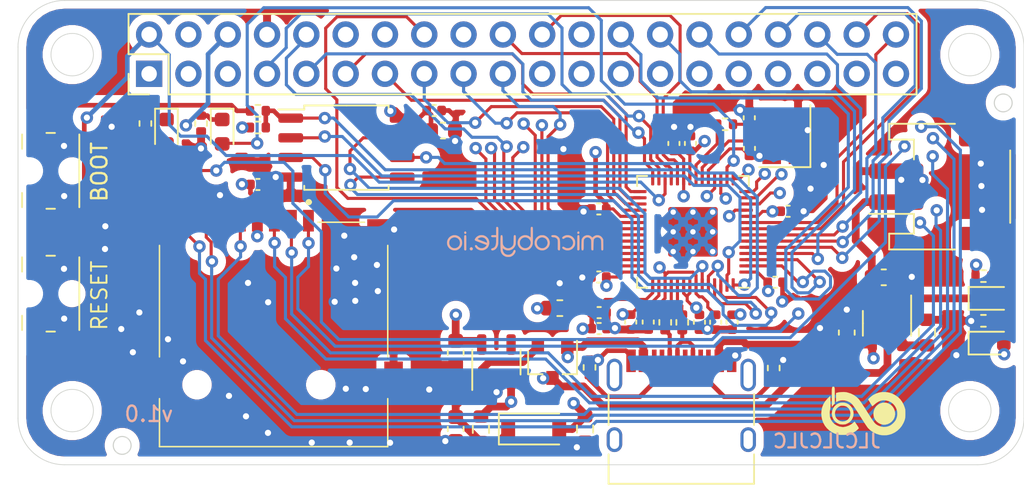
<source format=kicad_pcb>
(kicad_pcb (version 20171130) (host pcbnew "(5.1.8-0-10_14)")
  (layers (0 F.Cu signal) (1 In1.Cu power) (2 In2.Cu power) (31 B.Cu signal) (34 B.Paste user) (35 F.Paste user) (36 B.SilkS user) (37 F.SilkS user) (38 B.Mask user) (39 F.Mask user) (44 Edge.Cuts user))
  (net 0 "")
  (net 1 GND)
  (net 2 "Net-(C1-Pad1)")
  (net 3 +3V3)
  (net 4 +5V)
  (net 5 +BATT)
  (net 6 +1V1)
  (net 7 +3.3VA)
  (net 8 "Net-(C22-Pad1)")
  (net 9 "Net-(C23-Pad1)")
  (net 10 "Net-(D2-Pad2)")
  (net 11 "Net-(D2-Pad1)")
  (net 12 "Net-(D4-Pad1)")
  (net 13 SDIO_DAT0)
  (net 14 SDIO_CLK)
  (net 15 SDIO_CMD)
  (net 16 SDIO_DAT3)
  (net 17 SDIO_DAT2)
  (net 18 SDIO_DAT1)
  (net 19 "Net-(J3-PadB8)")
  (net 20 "Net-(J3-PadA5)")
  (net 21 USB_D-)
  (net 22 USB_D+)
  (net 23 "Net-(J3-PadA8)")
  (net 24 "Net-(J3-PadB5)")
  (net 25 "Net-(J3-PadS1)")
  (net 26 I2C1_SCL)
  (net 27 "Net-(J4-Pad39)")
  (net 28 I2C1_SDA)
  (net 29 "Net-(J4-Pad37)")
  (net 30 GPIO5)
  (net 31 "Net-(J4-Pad35)")
  (net 32 SPI0_MISO)
  (net 33 "Net-(J4-Pad33)")
  (net 34 SPI0_MOSI)
  (net 35 "Net-(J4-Pad31)")
  (net 36 SPI0_SCK)
  (net 37 "Net-(J4-Pad29)")
  (net 38 UART0_RX)
  (net 39 "Net-(J4-Pad27)")
  (net 40 UART0_TX)
  (net 41 GPIO25)
  (net 42 GPIO24)
  (net 43 SWDCK)
  (net 44 GPIO23)
  (net 45 SWDIO)
  (net 46 GPIO22)
  (net 47 "Net-(J4-Pad18)")
  (net 48 GPIO21)
  (net 49 ADC3)
  (net 50 GPIO20)
  (net 51 ADC2)
  (net 52 GPIO19)
  (net 53 ADC1)
  (net 54 GPIO18)
  (net 55 ADC0)
  (net 56 GPIO17)
  (net 57 GPIO16)
  (net 58 EN)
  (net 59 RESET)
  (net 60 "Net-(R3-Pad1)")
  (net 61 QSPI_CS)
  (net 62 BOOT)
  (net 63 "Net-(R11-Pad1)")
  (net 64 "Net-(R12-Pad1)")
  (net 65 "Net-(R13-Pad2)")
  (net 66 "Net-(U1-Pad4)")
  (net 67 QSPI_D3)
  (net 68 QSPI_CLK)
  (net 69 QSPI_D0)
  (net 70 QSPI_D2)
  (net 71 QSPI_D1)
  (net 72 LED2_BUILT_IN)
  (net 73 "Net-(D5-Pad1)")
  (net 74 "Net-(D6-Pad1)")
  (net 75 LED1_BUILT_IN)
  (module Diode_SMD:D_SOD-123 (layer F.Cu) (at 149.39 106.58)
    (fp_text reference D1)
    (fp_text value B5819W)
    (pad 2 smd rect (at 1.65 0) (size 0.9 1.2) (layers F.Cu F.Paste F.Mask) (net 4 +5V))
    (pad 1 smd rect (at -1.65 0) (size 0.9 1.2) (layers F.Cu F.Paste F.Mask) (net 2 "Net-(C1-Pad1)"))
  )
  (module LOGO:microbyte_icon_3 (layer F.Cu) (at 170.688 105.41)
    (fp_text reference G*** hide)
    (fp_text value LOGO hide)
  )
  (module LOGO:microbyte_url_1 (layer B.Cu) (at 148.844 94.488 180)
    (fp_text reference G*** hide)
    (fp_text value LOGO hide)
  )
  (module Capacitor_SMD:C_0402_1005Metric (layer F.Cu) (at 153.62 100.09)
    (fp_text reference C21)
    (fp_text value 10n)
    (pad 2 smd roundrect (at 0.48 0) (size 0.56 0.62) (layers F.Cu F.Paste F.Mask) (net 1 GND))
    (pad 1 smd roundrect (at -0.48 0) (size 0.56 0.62) (layers F.Cu F.Paste F.Mask) (net 7 +3.3VA))
  )
  (module Capacitor_SMD:C_0402_1005Metric (layer F.Cu) (at 153.62 99.06)
    (fp_text reference C20)
    (fp_text value 1u)
    (pad 2 smd roundrect (at 0.48 0) (size 0.56 0.62) (layers F.Cu F.Paste F.Mask) (net 1 GND))
    (pad 1 smd roundrect (at -0.48 0) (size 0.56 0.62) (layers F.Cu F.Paste F.Mask) (net 7 +3.3VA))
  )
  (module Capacitor_SMD:C_0402_1005Metric (layer F.Cu) (at 155.66 99.67 270)
    (fp_text reference C12)
    (fp_text value 1u)
    (pad 2 smd roundrect (at 0.48 0 270) (size 0.56 0.62) (layers F.Cu F.Paste F.Mask) (net 1 GND))
    (pad 1 smd roundrect (at -0.48 0 270) (size 0.56 0.62) (layers F.Cu F.Paste F.Mask) (net 3 +3V3))
  )
  (module Capacitor_SMD:C_0402_1005Metric (layer F.Cu) (at 156.79 99.67 270)
    (fp_text reference C11)
    (fp_text value 1u)
    (pad 2 smd roundrect (at 0.48 0 270) (size 0.56 0.62) (layers F.Cu F.Paste F.Mask) (net 1 GND))
    (pad 1 smd roundrect (at -0.48 0 270) (size 0.56 0.62) (layers F.Cu F.Paste F.Mask) (net 6 +1V1))
  )
  (module RP2040:RP2040-QFN-56 (layer F.Cu) (at 159.68 93.84 180)
    (fp_text reference U4)
    (fp_text value RP2040)
    (pad 57 smd roundrect (at 0 0 180) (size 3.2 3.2) (layers F.Cu F.Mask) (roundrect_rratio 0.045) (net 1 GND))
    (pad 57 thru_hole circle (at -1.275 -1.275 180) (size 0.6 0.6) (drill 0.35) (layers *.Cu) (net 1 GND))
    (pad 57 thru_hole circle (at 0 -1.275 180) (size 0.6 0.6) (drill 0.35) (layers *.Cu) (net 1 GND))
    (pad 57 thru_hole circle (at 1.275 -1.275 180) (size 0.6 0.6) (drill 0.35) (layers *.Cu) (net 1 GND))
    (pad 57 thru_hole circle (at -1.275 0 180) (size 0.6 0.6) (drill 0.35) (layers *.Cu) (net 1 GND))
    (pad 57 thru_hole circle (at 0 0 180) (size 0.6 0.6) (drill 0.35) (layers *.Cu) (net 1 GND))
    (pad 57 thru_hole circle (at 1.275 0 180) (size 0.6 0.6) (drill 0.35) (layers *.Cu) (net 1 GND))
    (pad 57 thru_hole circle (at -1.275 1.275 180) (size 0.6 0.6) (drill 0.35) (layers *.Cu) (net 1 GND))
    (pad 57 thru_hole circle (at 0 1.275 180) (size 0.6 0.6) (drill 0.35) (layers *.Cu) (net 1 GND))
    (pad 57 thru_hole circle (at 1.275 1.275 180) (size 0.6 0.6) (drill 0.35) (layers *.Cu) (net 1 GND))
    (pad 1 smd roundrect (at -3.4375 -2.6 180) (size 0.875 0.2) (layers F.Cu F.Paste F.Mask) (net 3 +3V3))
    (pad 2 smd roundrect (at -3.4375 -2.2 180) (size 0.875 0.2) (layers F.Cu F.Paste F.Mask) (net 40 UART0_TX))
    (pad 3 smd roundrect (at -3.4375 -1.8 180) (size 0.875 0.2) (layers F.Cu F.Paste F.Mask) (net 38 UART0_RX))
    (pad 4 smd roundrect (at -3.4375 -1.4 180) (size 0.875 0.2) (layers F.Cu F.Paste F.Mask) (net 36 SPI0_SCK))
    (pad 5 smd roundrect (at -3.4375 -1 180) (size 0.875 0.2) (layers F.Cu F.Paste F.Mask) (net 34 SPI0_MOSI))
    (pad 6 smd roundrect (at -3.4375 -0.6 180) (size 0.875 0.2) (layers F.Cu F.Paste F.Mask) (net 32 SPI0_MISO))
    (pad 7 smd roundrect (at -3.4375 -0.2 180) (size 0.875 0.2) (layers F.Cu F.Paste F.Mask) (net 30 GPIO5))
    (pad 8 smd roundrect (at -3.4375 0.2 180) (size 0.875 0.2) (layers F.Cu F.Paste F.Mask) (net 28 I2C1_SDA))
    (pad 9 smd roundrect (at -3.4375 0.6 180) (size 0.875 0.2) (layers F.Cu F.Paste F.Mask) (net 26 I2C1_SCL))
    (pad 10 smd roundrect (at -3.4375 1 180) (size 0.875 0.2) (layers F.Cu F.Paste F.Mask) (net 3 +3V3))
    (pad 11 smd roundrect (at -3.4375 1.4 180) (size 0.875 0.2) (layers F.Cu F.Paste F.Mask) (net 75 LED1_BUILT_IN))
    (pad 12 smd roundrect (at -3.4375 1.8 180) (size 0.875 0.2) (layers F.Cu F.Paste F.Mask) (net 16 SDIO_DAT3))
    (pad 13 smd roundrect (at -3.4375 2.2 180) (size 0.875 0.2) (layers F.Cu F.Paste F.Mask) (net 17 SDIO_DAT2))
    (pad 14 smd roundrect (at -3.4375 2.6 180) (size 0.875 0.2) (layers F.Cu F.Paste F.Mask) (net 18 SDIO_DAT1))
    (pad 15 smd roundrect (at -2.6 3.4375 180) (size 0.2 0.875) (layers F.Cu F.Paste F.Mask) (net 13 SDIO_DAT0))
    (pad 16 smd roundrect (at -2.2 3.4375 180) (size 0.2 0.875) (layers F.Cu F.Paste F.Mask) (net 72 LED2_BUILT_IN))
    (pad 17 smd roundrect (at -1.8 3.4375 180) (size 0.2 0.875) (layers F.Cu F.Paste F.Mask) (net 14 SDIO_CLK))
    (pad 18 smd roundrect (at -1.4 3.4375 180) (size 0.2 0.875) (layers F.Cu F.Paste F.Mask) (net 15 SDIO_CMD))
    (pad 19 smd roundrect (at -1 3.4375 180) (size 0.2 0.875) (layers F.Cu F.Paste F.Mask) (net 1 GND))
    (pad 20 smd roundrect (at -0.6 3.4375 180) (size 0.2 0.875) (layers F.Cu F.Paste F.Mask) (net 8 "Net-(C22-Pad1)"))
    (pad 21 smd roundrect (at -0.2 3.4375 180) (size 0.2 0.875) (layers F.Cu F.Paste F.Mask) (net 65 "Net-(R13-Pad2)"))
    (pad 22 smd roundrect (at 0.2 3.4375 180) (size 0.2 0.875) (layers F.Cu F.Paste F.Mask) (net 3 +3V3))
    (pad 23 smd roundrect (at 0.6 3.4375 180) (size 0.2 0.875) (layers F.Cu F.Paste F.Mask) (net 6 +1V1))
    (pad 24 smd roundrect (at 1 3.4375 180) (size 0.2 0.875) (layers F.Cu F.Paste F.Mask) (net 43 SWDCK))
    (pad 25 smd roundrect (at 1.4 3.4375 180) (size 0.2 0.875) (layers F.Cu F.Paste F.Mask) (net 45 SWDIO))
    (pad 26 smd roundrect (at 1.8 3.4375 180) (size 0.2 0.875) (layers F.Cu F.Paste F.Mask) (net 59 RESET))
    (pad 27 smd roundrect (at 2.2 3.4375 180) (size 0.2 0.875) (layers F.Cu F.Paste F.Mask) (net 57 GPIO16))
    (pad 28 smd roundrect (at 2.6 3.4375 180) (size 0.2 0.875) (layers F.Cu F.Paste F.Mask) (net 56 GPIO17))
    (pad 29 smd roundrect (at 3.4375 2.6 180) (size 0.875 0.2) (layers F.Cu F.Paste F.Mask) (net 54 GPIO18))
    (pad 30 smd roundrect (at 3.4375 2.2 180) (size 0.875 0.2) (layers F.Cu F.Paste F.Mask) (net 52 GPIO19))
    (pad 31 smd roundrect (at 3.4375 1.8 180) (size 0.875 0.2) (layers F.Cu F.Paste F.Mask) (net 50 GPIO20))
    (pad 32 smd roundrect (at 3.4375 1.4 180) (size 0.875 0.2) (layers F.Cu F.Paste F.Mask) (net 48 GPIO21))
    (pad 33 smd roundrect (at 3.4375 1 180) (size 0.875 0.2) (layers F.Cu F.Paste F.Mask) (net 3 +3V3))
    (pad 34 smd roundrect (at 3.4375 0.6 180) (size 0.875 0.2) (layers F.Cu F.Paste F.Mask) (net 46 GPIO22))
    (pad 35 smd roundrect (at 3.4375 0.2 180) (size 0.875 0.2) (layers F.Cu F.Paste F.Mask) (net 44 GPIO23))
    (pad 36 smd roundrect (at 3.4375 -0.2 180) (size 0.875 0.2) (layers F.Cu F.Paste F.Mask) (net 42 GPIO24))
    (pad 37 smd roundrect (at 3.4375 -0.6 180) (size 0.875 0.2) (layers F.Cu F.Paste F.Mask) (net 41 GPIO25))
    (pad 38 smd roundrect (at 3.4375 -1 180) (size 0.875 0.2) (layers F.Cu F.Paste F.Mask) (net 55 ADC0))
    (pad 39 smd roundrect (at 3.4375 -1.4 180) (size 0.875 0.2) (layers F.Cu F.Paste F.Mask) (net 53 ADC1))
    (pad 40 smd roundrect (at 3.4375 -1.8 180) (size 0.875 0.2) (layers F.Cu F.Paste F.Mask) (net 51 ADC2))
    (pad 41 smd roundrect (at 3.4375 -2.2 180) (size 0.875 0.2) (layers F.Cu F.Paste F.Mask) (net 49 ADC3))
    (pad 42 smd roundrect (at 3.4375 -2.6 180) (size 0.875 0.2) (layers F.Cu F.Paste F.Mask) (net 3 +3V3))
    (pad 43 smd roundrect (at 2.6 -3.4375 180) (size 0.2 0.875) (layers F.Cu F.Paste F.Mask) (net 7 +3.3VA))
    (pad 44 smd roundrect (at 2.2 -3.4375 180) (size 0.2 0.875) (layers F.Cu F.Paste F.Mask) (net 3 +3V3))
    (pad 45 smd roundrect (at 1.8 -3.4375 180) (size 0.2 0.875) (layers F.Cu F.Paste F.Mask) (net 6 +1V1))
    (pad 46 smd roundrect (at 1.4 -3.4375 180) (size 0.2 0.875) (layers F.Cu F.Paste F.Mask) (net 64 "Net-(R12-Pad1)"))
    (pad 47 smd roundrect (at 1 -3.4375 180) (size 0.2 0.875) (layers F.Cu F.Paste F.Mask) (net 63 "Net-(R11-Pad1)"))
    (pad 48 smd roundrect (at 0.6 -3.4375 180) (size 0.2 0.875) (layers F.Cu F.Paste F.Mask) (net 3 +3V3))
    (pad 49 smd roundrect (at 0.2 -3.4375 180) (size 0.2 0.875) (layers F.Cu F.Paste F.Mask) (net 3 +3V3))
    (pad 50 smd roundrect (at -0.2 -3.4375 180) (size 0.2 0.875) (layers F.Cu F.Paste F.Mask) (net 6 +1V1))
    (pad 51 smd roundrect (at -0.6 -3.4375 180) (size 0.2 0.875) (layers F.Cu F.Paste F.Mask) (net 67 QSPI_D3))
    (pad 52 smd roundrect (at -1 -3.4375 180) (size 0.2 0.875) (layers F.Cu F.Paste F.Mask) (net 68 QSPI_CLK))
    (pad 53 smd roundrect (at -1.4 -3.4375 180) (size 0.2 0.875) (layers F.Cu F.Paste F.Mask) (net 69 QSPI_D0))
    (pad 54 smd roundrect (at -1.8 -3.4375 180) (size 0.2 0.875) (layers F.Cu F.Paste F.Mask) (net 70 QSPI_D2))
    (pad 55 smd roundrect (at -2.2 -3.4375 180) (size 0.2 0.875) (layers F.Cu F.Paste F.Mask) (net 71 QSPI_D1))
    (pad 56 smd roundrect (at -2.6 -3.4375 180) (size 0.2 0.875) (layers F.Cu F.Paste F.Mask) (net 61 QSPI_CS))
  )
  (module Crystal:Crystal_SMD_3225-4Pin_3.2x2.5mm (layer F.Cu) (at 165.62 87.66 90)
    (fp_text reference Y1)
    (fp_text value 12MHz)
    (pad 4 smd rect (at -1.1 -0.85 90) (size 1.4 1.2) (layers F.Cu F.Paste F.Mask) (net 1 GND))
    (pad 3 smd rect (at 1.1 -0.85 90) (size 1.4 1.2) (layers F.Cu F.Paste F.Mask) (net 9 "Net-(C23-Pad1)"))
    (pad 2 smd rect (at 1.1 0.85 90) (size 1.4 1.2) (layers F.Cu F.Paste F.Mask) (net 1 GND))
    (pad 1 smd rect (at -1.1 0.85 90) (size 1.4 1.2) (layers F.Cu F.Paste F.Mask) (net 8 "Net-(C22-Pad1)"))
  )
  (module Package_SO:SOIC-8_5.23x5.23mm_P1.27mm (layer F.Cu) (at 137.29 88.4)
    (fp_text reference U3)
    (fp_text value W25QXX128MBIT)
    (pad 8 smd roundrect (at 3.6 -1.905) (size 1.6 0.6) (layers F.Cu F.Paste F.Mask) (net 3 +3V3))
    (pad 7 smd roundrect (at 3.6 -0.635) (size 1.6 0.6) (layers F.Cu F.Paste F.Mask) (net 67 QSPI_D3))
    (pad 6 smd roundrect (at 3.6 0.635) (size 1.6 0.6) (layers F.Cu F.Paste F.Mask) (net 68 QSPI_CLK))
    (pad 5 smd roundrect (at 3.6 1.905) (size 1.6 0.6) (layers F.Cu F.Paste F.Mask) (net 69 QSPI_D0))
    (pad 4 smd roundrect (at -3.6 1.905) (size 1.6 0.6) (layers F.Cu F.Paste F.Mask) (net 1 GND))
    (pad 3 smd roundrect (at -3.6 0.635) (size 1.6 0.6) (layers F.Cu F.Paste F.Mask) (net 70 QSPI_D2))
    (pad 2 smd roundrect (at -3.6 -0.635) (size 1.6 0.6) (layers F.Cu F.Paste F.Mask) (net 71 QSPI_D1))
    (pad 1 smd roundrect (at -3.6 -1.905) (size 1.6 0.6) (layers F.Cu F.Paste F.Mask) (net 61 QSPI_CS))
  )
  (module Package_TO_SOT_SMD:SOT-23-5 (layer F.Cu) (at 172.22 99.75 270)
    (fp_text reference U2)
    (fp_text value MCP73831-2-OT)
    (pad 5 smd roundrect (at 1.1375 -0.95 270) (size 1.325 0.6) (layers F.Cu F.Paste F.Mask) (net 60 "Net-(R3-Pad1)"))
    (pad 4 smd roundrect (at 1.1375 0.95 270) (size 1.325 0.6) (layers F.Cu F.Paste F.Mask) (net 4 +5V))
    (pad 3 smd roundrect (at -1.1375 0.95 270) (size 1.325 0.6) (layers F.Cu F.Paste F.Mask) (net 5 +BATT))
    (pad 2 smd roundrect (at -1.1375 0 270) (size 1.325 0.6) (layers F.Cu F.Paste F.Mask) (net 1 GND))
    (pad 1 smd roundrect (at -1.1375 -0.95 270) (size 1.325 0.6) (layers F.Cu F.Paste F.Mask) (net 11 "Net-(D2-Pad1)"))
  )
  (module Package_TO_SOT_SMD:SOT-23-5 (layer F.Cu) (at 146.98 102.26 90)
    (fp_text reference U1)
    (fp_text value AP2112K-3.3)
    (pad 5 smd roundrect (at 1.1375 -0.95 90) (size 1.325 0.6) (layers F.Cu F.Paste F.Mask) (net 3 +3V3))
    (pad 4 smd roundrect (at 1.1375 0.95 90) (size 1.325 0.6) (layers F.Cu F.Paste F.Mask) (net 66 "Net-(U1-Pad4)"))
    (pad 3 smd roundrect (at -1.1375 0.95 90) (size 1.325 0.6) (layers F.Cu F.Paste F.Mask) (net 58 EN))
    (pad 2 smd roundrect (at -1.1375 0 90) (size 1.325 0.6) (layers F.Cu F.Paste F.Mask) (net 1 GND))
    (pad 1 smd roundrect (at -1.1375 -0.95 90) (size 1.325 0.6) (layers F.Cu F.Paste F.Mask) (net 2 "Net-(C1-Pad1)"))
  )
  (module Resistor_SMD:R_0402_1005Metric (layer F.Cu) (at 161.76 86.89 180)
    (fp_text reference R13)
    (fp_text value 1k)
    (pad 2 smd roundrect (at 0.51 0 180) (size 0.54 0.64) (layers F.Cu F.Paste F.Mask) (net 65 "Net-(R13-Pad2)"))
    (pad 1 smd roundrect (at -0.51 0 180) (size 0.54 0.64) (layers F.Cu F.Paste F.Mask) (net 9 "Net-(C23-Pad1)"))
  )
  (module Resistor_SMD:R_0402_1005Metric (layer F.Cu) (at 157.89 99.69 270)
    (fp_text reference R12)
    (fp_text value 27R4)
    (pad 1 smd roundrect (at -0.51 0 270) (size 0.54 0.64) (layers F.Cu F.Paste F.Mask) (net 64 "Net-(R12-Pad1)"))
    (pad 2 smd roundrect (at 0.51 0 270) (size 0.54 0.64) (layers F.Cu F.Paste F.Mask) (net 21 USB_D-))
  )
  (module Resistor_SMD:R_0402_1005Metric (layer F.Cu) (at 158.99 99.69 270)
    (fp_text reference R11)
    (fp_text value 27R4)
    (pad 1 smd roundrect (at -0.51 0 270) (size 0.54 0.64) (layers F.Cu F.Paste F.Mask) (net 63 "Net-(R11-Pad1)"))
    (pad 2 smd roundrect (at 0.51 0 270) (size 0.54 0.64) (layers F.Cu F.Paste F.Mask) (net 22 USB_D+))
  )
  (module Resistor_SMD:R_0402_1005Metric (layer F.Cu) (at 131.57 86.02 180)
    (fp_text reference R10)
    (fp_text value 1k)
    (pad 2 smd roundrect (at 0.51 0 180) (size 0.54 0.64) (layers F.Cu F.Paste F.Mask) (net 62 BOOT))
    (pad 1 smd roundrect (at -0.51 0 180) (size 0.54 0.64) (layers F.Cu F.Paste F.Mask) (net 61 QSPI_CS))
  )
  (module Resistor_SMD:R_0402_1005Metric (layer F.Cu) (at 131.57 87.1 180)
    (fp_text reference R9)
    (fp_text value 10k)
    (pad 2 smd roundrect (at 0.51 0 180) (size 0.54 0.64) (layers F.Cu F.Paste F.Mask) (net 3 +3V3))
    (pad 1 smd roundrect (at -0.51 0 180) (size 0.54 0.64) (layers F.Cu F.Paste F.Mask) (net 61 QSPI_CS))
  )
  (module Resistor_SMD:R_0402_1005Metric (layer F.Cu) (at 164.9 102.64 270)
    (fp_text reference R8)
    (fp_text value 5k1)
    (pad 2 smd roundrect (at 0.51 0 270) (size 0.54 0.64) (layers F.Cu F.Paste F.Mask) (net 24 "Net-(J3-PadB5)"))
    (pad 1 smd roundrect (at -0.51 0 270) (size 0.54 0.64) (layers F.Cu F.Paste F.Mask) (net 1 GND))
  )
  (module Resistor_SMD:R_0402_1005Metric (layer F.Cu) (at 153 102.6 90)
    (fp_text reference R7)
    (fp_text value 5k1)
    (pad 2 smd roundrect (at 0.51 0 90) (size 0.54 0.64) (layers F.Cu F.Paste F.Mask) (net 1 GND))
    (pad 1 smd roundrect (at -0.51 0 90) (size 0.54 0.64) (layers F.Cu F.Paste F.Mask) (net 20 "Net-(J3-PadA5)"))
  )
  (module Resistor_SMD:R_0402_1005Metric (layer F.Cu) (at 178.45 99.59 180)
    (fp_text reference R6)
    (fp_text value 1k)
    (pad 2 smd roundrect (at 0.51 0 180) (size 0.54 0.64) (layers F.Cu F.Paste F.Mask) (net 1 GND))
    (pad 1 smd roundrect (at -0.51 0 180) (size 0.54 0.64) (layers F.Cu F.Paste F.Mask) (net 12 "Net-(D4-Pad1)"))
  )
  (module Resistor_SMD:R_0402_1005Metric (layer F.Cu) (at 178.45 96.7 180)
    (fp_text reference R4)
    (fp_text value 1k)
    (pad 2 smd roundrect (at 0.51 0 180) (size 0.54 0.64) (layers F.Cu F.Paste F.Mask) (net 4 +5V))
    (pad 1 smd roundrect (at -0.51 0 180) (size 0.54 0.64) (layers F.Cu F.Paste F.Mask) (net 10 "Net-(D2-Pad2)"))
  )
  (module Resistor_SMD:R_0603_1608Metric (layer F.Cu) (at 174.8 100.35 90)
    (fp_text reference R3)
    (fp_text value 2k)
    (pad 2 smd roundrect (at 0.825 0 90) (size 0.8 0.95) (layers F.Cu F.Paste F.Mask) (net 1 GND))
    (pad 1 smd roundrect (at -0.825 0 90) (size 0.8 0.95) (layers F.Cu F.Paste F.Mask) (net 60 "Net-(R3-Pad1)"))
  )
  (module Resistor_SMD:R_0603_1608Metric (layer F.Cu) (at 145.98 106.6 270)
    (fp_text reference R2)
    (fp_text value 10k)
    (pad 2 smd roundrect (at 0.825 0 270) (size 0.8 0.95) (layers F.Cu F.Paste F.Mask) (net 2 "Net-(C1-Pad1)"))
    (pad 1 smd roundrect (at -0.825 0 270) (size 0.8 0.95) (layers F.Cu F.Paste F.Mask) (net 58 EN))
  )
  (module Resistor_SMD:R_0603_1608Metric (layer F.Cu) (at 152.71 106.58 270)
    (fp_text reference R1)
    (fp_text value 10k)
    (pad 2 smd roundrect (at 0.825 0 270) (size 0.8 0.95) (layers F.Cu F.Paste F.Mask) (net 1 GND))
    (pad 1 smd roundrect (at -0.825 0 270) (size 0.8 0.95) (layers F.Cu F.Paste F.Mask) (net 4 +5V))
  )
  (module Package_TO_SOT_SMD:SOT-23 (layer F.Cu) (at 150.61 102.28 270)
    (fp_text reference Q1)
    (fp_text value AO3401A)
    (pad 3 smd rect (at 1 0 270) (size 0.9 0.8) (layers F.Cu F.Paste F.Mask) (net 5 +BATT))
    (pad 2 smd rect (at -1 0.95 270) (size 0.9 0.8) (layers F.Cu F.Paste F.Mask) (net 2 "Net-(C1-Pad1)"))
    (pad 1 smd rect (at -1 -0.95 270) (size 0.9 0.8) (layers F.Cu F.Paste F.Mask) (net 4 +5V))
  )
  (module Inductor_SMD:L_0603_1608Metric (layer F.Cu) (at 151.08 98.77)
    (fp_text reference L1)
    (fp_text value 39n)
    (pad 2 smd roundrect (at 0.7875 0) (size 0.875 0.95) (layers F.Cu F.Paste F.Mask) (net 7 +3.3VA))
    (pad 1 smd roundrect (at -0.7875 0) (size 0.875 0.95) (layers F.Cu F.Paste F.Mask) (net 3 +3V3))
  )
  (module Connector_PinHeader_2.54mm:PinHeader_2x20_P2.54mm_Vertical (layer F.Cu) (at 124.54 83.63 90)
    (fp_text reference J4)
    (fp_text value HEADERS)
    (pad 40 thru_hole oval (at 2.54 48.26 90) (size 1.7 1.7) (drill 1) (layers *.Cu *.Mask) (net 26 I2C1_SCL))
    (pad 39 thru_hole oval (at 0 48.26 90) (size 1.7 1.7) (drill 1) (layers *.Cu *.Mask) (net 27 "Net-(J4-Pad39)"))
    (pad 38 thru_hole oval (at 2.54 45.72 90) (size 1.7 1.7) (drill 1) (layers *.Cu *.Mask) (net 28 I2C1_SDA))
    (pad 37 thru_hole oval (at 0 45.72 90) (size 1.7 1.7) (drill 1) (layers *.Cu *.Mask) (net 29 "Net-(J4-Pad37)"))
    (pad 36 thru_hole oval (at 2.54 43.18 90) (size 1.7 1.7) (drill 1) (layers *.Cu *.Mask) (net 30 GPIO5))
    (pad 35 thru_hole oval (at 0 43.18 90) (size 1.7 1.7) (drill 1) (layers *.Cu *.Mask) (net 31 "Net-(J4-Pad35)"))
    (pad 34 thru_hole oval (at 2.54 40.64 90) (size 1.7 1.7) (drill 1) (layers *.Cu *.Mask) (net 32 SPI0_MISO))
    (pad 33 thru_hole oval (at 0 40.64 90) (size 1.7 1.7) (drill 1) (layers *.Cu *.Mask) (net 33 "Net-(J4-Pad33)"))
    (pad 32 thru_hole oval (at 2.54 38.1 90) (size 1.7 1.7) (drill 1) (layers *.Cu *.Mask) (net 34 SPI0_MOSI))
    (pad 31 thru_hole oval (at 0 38.1 90) (size 1.7 1.7) (drill 1) (layers *.Cu *.Mask) (net 35 "Net-(J4-Pad31)"))
    (pad 30 thru_hole oval (at 2.54 35.56 90) (size 1.7 1.7) (drill 1) (layers *.Cu *.Mask) (net 36 SPI0_SCK))
    (pad 29 thru_hole oval (at 0 35.56 90) (size 1.7 1.7) (drill 1) (layers *.Cu *.Mask) (net 37 "Net-(J4-Pad29)"))
    (pad 28 thru_hole oval (at 2.54 33.02 90) (size 1.7 1.7) (drill 1) (layers *.Cu *.Mask) (net 38 UART0_RX))
    (pad 27 thru_hole oval (at 0 33.02 90) (size 1.7 1.7) (drill 1) (layers *.Cu *.Mask) (net 39 "Net-(J4-Pad27)"))
    (pad 26 thru_hole oval (at 2.54 30.48 90) (size 1.7 1.7) (drill 1) (layers *.Cu *.Mask) (net 40 UART0_TX))
    (pad 25 thru_hole oval (at 0 30.48 90) (size 1.7 1.7) (drill 1) (layers *.Cu *.Mask) (net 41 GPIO25))
    (pad 24 thru_hole oval (at 2.54 27.94 90) (size 1.7 1.7) (drill 1) (layers *.Cu *.Mask) (net 1 GND))
    (pad 23 thru_hole oval (at 0 27.94 90) (size 1.7 1.7) (drill 1) (layers *.Cu *.Mask) (net 42 GPIO24))
    (pad 22 thru_hole oval (at 2.54 25.4 90) (size 1.7 1.7) (drill 1) (layers *.Cu *.Mask) (net 43 SWDCK))
    (pad 21 thru_hole oval (at 0 25.4 90) (size 1.7 1.7) (drill 1) (layers *.Cu *.Mask) (net 44 GPIO23))
    (pad 20 thru_hole oval (at 2.54 22.86 90) (size 1.7 1.7) (drill 1) (layers *.Cu *.Mask) (net 45 SWDIO))
    (pad 19 thru_hole oval (at 0 22.86 90) (size 1.7 1.7) (drill 1) (layers *.Cu *.Mask) (net 46 GPIO22))
    (pad 18 thru_hole oval (at 2.54 20.32 90) (size 1.7 1.7) (drill 1) (layers *.Cu *.Mask) (net 47 "Net-(J4-Pad18)"))
    (pad 17 thru_hole oval (at 0 20.32 90) (size 1.7 1.7) (drill 1) (layers *.Cu *.Mask) (net 48 GPIO21))
    (pad 16 thru_hole oval (at 2.54 17.78 90) (size 1.7 1.7) (drill 1) (layers *.Cu *.Mask) (net 49 ADC3))
    (pad 15 thru_hole oval (at 0 17.78 90) (size 1.7 1.7) (drill 1) (layers *.Cu *.Mask) (net 50 GPIO20))
    (pad 14 thru_hole oval (at 2.54 15.24 90) (size 1.7 1.7) (drill 1) (layers *.Cu *.Mask) (net 51 ADC2))
    (pad 13 thru_hole oval (at 0 15.24 90) (size 1.7 1.7) (drill 1) (layers *.Cu *.Mask) (net 52 GPIO19))
    (pad 12 thru_hole oval (at 2.54 12.7 90) (size 1.7 1.7) (drill 1) (layers *.Cu *.Mask) (net 53 ADC1))
    (pad 11 thru_hole oval (at 0 12.7 90) (size 1.7 1.7) (drill 1) (layers *.Cu *.Mask) (net 54 GPIO18))
    (pad 10 thru_hole oval (at 2.54 10.16 90) (size 1.7 1.7) (drill 1) (layers *.Cu *.Mask) (net 55 ADC0))
    (pad 9 thru_hole oval (at 0 10.16 90) (size 1.7 1.7) (drill 1) (layers *.Cu *.Mask) (net 56 GPIO17))
    (pad 8 thru_hole oval (at 2.54 7.62 90) (size 1.7 1.7) (drill 1) (layers *.Cu *.Mask) (net 1 GND))
    (pad 7 thru_hole oval (at 0 7.62 90) (size 1.7 1.7) (drill 1) (layers *.Cu *.Mask) (net 57 GPIO16))
    (pad 6 thru_hole oval (at 2.54 5.08 90) (size 1.7 1.7) (drill 1) (layers *.Cu *.Mask) (net 7 +3.3VA))
    (pad 5 thru_hole oval (at 0 5.08 90) (size 1.7 1.7) (drill 1) (layers *.Cu *.Mask) (net 4 +5V))
    (pad 4 thru_hole oval (at 2.54 2.54 90) (size 1.7 1.7) (drill 1) (layers *.Cu *.Mask) (net 3 +3V3))
    (pad 3 thru_hole oval (at 0 2.54 90) (size 1.7 1.7) (drill 1) (layers *.Cu *.Mask) (net 58 EN))
    (pad 2 thru_hole oval (at 2.54 0 90) (size 1.7 1.7) (drill 1) (layers *.Cu *.Mask) (net 59 RESET))
    (pad 1 thru_hole rect (at 0 0 90) (size 1.7 1.7) (drill 1) (layers *.Cu *.Mask) (net 5 +BATT))
  )
  (module Connector_USB:USB_C_Receptacle_HRO_TYPE-C-31-M-12 (layer F.Cu) (at 158.93 106.22)
    (fp_text reference J3)
    (fp_text value USB_CONN)
    (pad B1 smd rect (at 3.25 -4.045) (size 0.6 1.45) (layers F.Cu F.Paste F.Mask) (net 1 GND))
    (pad A9 smd rect (at 2.45 -4.045) (size 0.6 1.45) (layers F.Cu F.Paste F.Mask) (net 4 +5V))
    (pad B9 smd rect (at -2.45 -4.045) (size 0.6 1.45) (layers F.Cu F.Paste F.Mask) (net 4 +5V))
    (pad B12 smd rect (at -3.25 -4.045) (size 0.6 1.45) (layers F.Cu F.Paste F.Mask) (net 1 GND))
    (pad A1 smd rect (at -3.25 -4.045) (size 0.6 1.45) (layers F.Cu F.Paste F.Mask) (net 1 GND))
    (pad A4 smd rect (at -2.45 -4.045) (size 0.6 1.45) (layers F.Cu F.Paste F.Mask) (net 4 +5V))
    (pad B4 smd rect (at 2.45 -4.045) (size 0.6 1.45) (layers F.Cu F.Paste F.Mask) (net 4 +5V))
    (pad A12 smd rect (at 3.25 -4.045) (size 0.6 1.45) (layers F.Cu F.Paste F.Mask) (net 1 GND))
    (pad B8 smd rect (at -1.75 -4.045) (size 0.3 1.45) (layers F.Cu F.Paste F.Mask) (net 19 "Net-(J3-PadB8)"))
    (pad A5 smd rect (at -1.25 -4.045) (size 0.3 1.45) (layers F.Cu F.Paste F.Mask) (net 20 "Net-(J3-PadA5)"))
    (pad B7 smd rect (at -0.75 -4.045) (size 0.3 1.45) (layers F.Cu F.Paste F.Mask) (net 21 USB_D-))
    (pad A7 smd rect (at 0.25 -4.045) (size 0.3 1.45) (layers F.Cu F.Paste F.Mask) (net 21 USB_D-))
    (pad B6 smd rect (at 0.75 -4.045) (size 0.3 1.45) (layers F.Cu F.Paste F.Mask) (net 22 USB_D+))
    (pad A8 smd rect (at 1.25 -4.045) (size 0.3 1.45) (layers F.Cu F.Paste F.Mask) (net 23 "Net-(J3-PadA8)"))
    (pad B5 smd rect (at 1.75 -4.045) (size 0.3 1.45) (layers F.Cu F.Paste F.Mask) (net 24 "Net-(J3-PadB5)"))
    (pad A6 smd rect (at -0.25 -4.045) (size 0.3 1.45) (layers F.Cu F.Paste F.Mask) (net 22 USB_D+))
    (pad S1 thru_hole oval (at 4.32 -3.13) (size 1 2.1) (drill oval 0.6 1.7) (layers *.Cu *.Mask) (net 25 "Net-(J3-PadS1)"))
    (pad S1 thru_hole oval (at -4.32 -3.13) (size 1 2.1) (drill oval 0.6 1.7) (layers *.Cu *.Mask) (net 25 "Net-(J3-PadS1)"))
    (pad "" np_thru_hole circle (at -2.89 -2.6) (size 0.65 0.65) (drill 0.65) (layers *.Cu *.Mask))
    (pad S1 thru_hole oval (at -4.32 1.05) (size 1 1.6) (drill oval 0.6 1.2) (layers *.Cu *.Mask) (net 25 "Net-(J3-PadS1)"))
    (pad "" np_thru_hole circle (at 2.89 -2.6) (size 0.65 0.65) (drill 0.65) (layers *.Cu *.Mask))
    (pad S1 thru_hole oval (at 4.32 1.05) (size 1 1.6) (drill oval 0.6 1.2) (layers *.Cu *.Mask) (net 25 "Net-(J3-PadS1)"))
  )
  (module Connector_JST:JST_PH_S2B-PH-SM4-TB_1x02-1MP_P2.00mm_Horizontal (layer F.Cu) (at 175.67 90.92 90)
    (fp_text reference J1)
    (fp_text value BATT_CON)
    (pad MP smd roundrect (at 3.35 2.9 90) (size 1.5 3.4) (layers F.Cu F.Paste F.Mask) (roundrect_rratio 0.1666666666666667))
    (pad MP smd roundrect (at -3.35 2.9 90) (size 1.5 3.4) (layers F.Cu F.Paste F.Mask) (roundrect_rratio 0.1666666666666667))
    (pad 2 smd roundrect (at 1 -2.85 90) (size 1 3.5) (layers F.Cu F.Paste F.Mask) (net 1 GND))
    (pad 1 smd roundrect (at -1 -2.85 90) (size 1 3.5) (layers F.Cu F.Paste F.Mask) (net 5 +BATT))
  )
  (module LED_SMD:LED_0603_1608Metric (layer F.Cu) (at 178.98 101.03)
    (fp_text reference D4)
    (fp_text value RED)
    (pad 2 smd roundrect (at 0.7875 0) (size 0.875 0.95) (layers F.Cu F.Paste F.Mask) (net 3 +3V3))
    (pad 1 smd roundrect (at -0.7875 0) (size 0.875 0.95) (layers F.Cu F.Paste F.Mask) (net 12 "Net-(D4-Pad1)"))
  )
  (module LED_SMD:LED_0603_1608Metric (layer F.Cu) (at 178.98 98.14)
    (fp_text reference D2)
    (fp_text value YELLOW)
    (pad 2 smd roundrect (at 0.7875 0) (size 0.875 0.95) (layers F.Cu F.Paste F.Mask) (net 10 "Net-(D2-Pad2)"))
    (pad 1 smd roundrect (at -0.7875 0) (size 0.875 0.95) (layers F.Cu F.Paste F.Mask) (net 11 "Net-(D2-Pad1)"))
  )
  (module Capacitor_SMD:C_0402_1005Metric (layer F.Cu) (at 163.32 86.47 90)
    (fp_text reference C23)
    (fp_text value 10p)
    (pad 2 smd roundrect (at 0.48 0 90) (size 0.56 0.62) (layers F.Cu F.Paste F.Mask) (net 1 GND))
    (pad 1 smd roundrect (at -0.48 0 90) (size 0.56 0.62) (layers F.Cu F.Paste F.Mask) (net 9 "Net-(C23-Pad1)"))
  )
  (module Capacitor_SMD:C_0402_1005Metric (layer F.Cu) (at 163.33 88.45 270)
    (fp_text reference C22)
    (fp_text value 10p)
    (pad 2 smd roundrect (at 0.48 0 270) (size 0.56 0.62) (layers F.Cu F.Paste F.Mask) (net 1 GND))
    (pad 1 smd roundrect (at -0.48 0 270) (size 0.56 0.62) (layers F.Cu F.Paste F.Mask) (net 8 "Net-(C22-Pad1)"))
  )
  (module Capacitor_SMD:C_0402_1005Metric (layer F.Cu) (at 164.99 97.1)
    (fp_text reference C19)
    (fp_text value 100n)
    (pad 2 smd roundrect (at 0.48 0) (size 0.56 0.62) (layers F.Cu F.Paste F.Mask) (net 1 GND))
    (pad 1 smd roundrect (at -0.48 0) (size 0.56 0.62) (layers F.Cu F.Paste F.Mask) (net 3 +3V3))
  )
  (module Capacitor_SMD:C_0402_1005Metric (layer F.Cu) (at 153.6 96.76 180)
    (fp_text reference C18)
    (fp_text value 100n)
    (pad 2 smd roundrect (at 0.48 0 180) (size 0.56 0.62) (layers F.Cu F.Paste F.Mask) (net 1 GND))
    (pad 1 smd roundrect (at -0.48 0 180) (size 0.56 0.62) (layers F.Cu F.Paste F.Mask) (net 3 +3V3))
  )
  (module Capacitor_SMD:C_0402_1005Metric (layer F.Cu) (at 165.83 92.51)
    (fp_text reference C17)
    (fp_text value 100n)
    (pad 2 smd roundrect (at 0.48 0) (size 0.56 0.62) (layers F.Cu F.Paste F.Mask) (net 1 GND))
    (pad 1 smd roundrect (at -0.48 0) (size 0.56 0.62) (layers F.Cu F.Paste F.Mask) (net 3 +3V3))
  )
  (module Capacitor_SMD:C_0402_1005Metric (layer F.Cu) (at 162.21 99.68 270)
    (fp_text reference C16)
    (fp_text value 100n)
    (pad 2 smd roundrect (at 0.48 0 270) (size 0.56 0.62) (layers F.Cu F.Paste F.Mask) (net 1 GND))
    (pad 1 smd roundrect (at -0.48 0 270) (size 0.56 0.62) (layers F.Cu F.Paste F.Mask) (net 3 +3V3))
  )
  (module Capacitor_SMD:C_0402_1005Metric (layer F.Cu) (at 153.6 92.36 180)
    (fp_text reference C15)
    (fp_text value 100n)
    (pad 2 smd roundrect (at 0.48 0 180) (size 0.56 0.62) (layers F.Cu F.Paste F.Mask) (net 1 GND))
    (pad 1 smd roundrect (at -0.48 0 180) (size 0.56 0.62) (layers F.Cu F.Paste F.Mask) (net 3 +3V3))
  )
  (module Capacitor_SMD:C_0402_1005Metric (layer F.Cu) (at 159.52 88.13 90)
    (fp_text reference C14)
    (fp_text value 100n)
    (pad 2 smd roundrect (at 0.48 0 90) (size 0.56 0.62) (layers F.Cu F.Paste F.Mask) (net 1 GND))
    (pad 1 smd roundrect (at -0.48 0 90) (size 0.56 0.62) (layers F.Cu F.Paste F.Mask) (net 3 +3V3))
  )
  (module Capacitor_SMD:C_0402_1005Metric (layer F.Cu) (at 160.1 99.68 270)
    (fp_text reference C13)
    (fp_text value 100n)
    (pad 2 smd roundrect (at 0.48 0 270) (size 0.56 0.62) (layers F.Cu F.Paste F.Mask) (net 1 GND))
    (pad 1 smd roundrect (at -0.48 0 270) (size 0.56 0.62) (layers F.Cu F.Paste F.Mask) (net 3 +3V3))
  )
  (module Capacitor_SMD:C_0402_1005Metric (layer F.Cu) (at 158.45 88.13 90)
    (fp_text reference C10)
    (fp_text value 100n)
    (pad 2 smd roundrect (at 0.48 0 90) (size 0.56 0.62) (layers F.Cu F.Paste F.Mask) (net 1 GND))
    (pad 1 smd roundrect (at -0.48 0 90) (size 0.56 0.62) (layers F.Cu F.Paste F.Mask) (net 6 +1V1))
  )
  (module Capacitor_SMD:C_0402_1005Metric (layer F.Cu) (at 161.15 99.68 270)
    (fp_text reference C9)
    (fp_text value 100n)
    (pad 2 smd roundrect (at 0.48 0 270) (size 0.56 0.62) (layers F.Cu F.Paste F.Mask) (net 1 GND))
    (pad 1 smd roundrect (at -0.48 0 270) (size 0.56 0.62) (layers F.Cu F.Paste F.Mask) (net 6 +1V1))
  )
  (module Capacitor_SMD:C_0603_1608Metric (layer F.Cu) (at 143.53 87.3)
    (fp_text reference C8)
    (fp_text value 1u)
    (pad 2 smd roundrect (at 0.775 0) (size 0.9 0.95) (layers F.Cu F.Paste F.Mask) (net 1 GND))
    (pad 1 smd roundrect (at -0.775 0) (size 0.9 0.95) (layers F.Cu F.Paste F.Mask) (net 3 +3V3))
  )
  (module Capacitor_SMD:C_0402_1005Metric (layer F.Cu) (at 142.96 86)
    (fp_text reference C7)
    (fp_text value 100n)
    (pad 2 smd roundrect (at 0.48 0) (size 0.56 0.62) (layers F.Cu F.Paste F.Mask) (net 1 GND))
    (pad 1 smd roundrect (at -0.48 0) (size 0.56 0.62) (layers F.Cu F.Paste F.Mask) (net 3 +3V3))
  )
  (module Capacitor_SMD:C_0402_1005Metric (layer F.Cu) (at 131.57 90.78)
    (fp_text reference C6)
    (fp_text value 100n)
    (pad 2 smd roundrect (at 0.48 0) (size 0.56 0.62) (layers F.Cu F.Paste F.Mask) (net 1 GND))
    (pad 1 smd roundrect (at -0.48 0) (size 0.56 0.62) (layers F.Cu F.Paste F.Mask) (net 3 +3V3))
  )
  (module Capacitor_SMD:C_0603_1608Metric (layer F.Cu) (at 172.01 96.78)
    (fp_text reference C4)
    (fp_text value 4u7)
    (pad 2 smd roundrect (at 0.775 0) (size 0.9 0.95) (layers F.Cu F.Paste F.Mask) (net 1 GND))
    (pad 1 smd roundrect (at -0.775 0) (size 0.9 0.95) (layers F.Cu F.Paste F.Mask) (net 5 +BATT))
  )
  (module Capacitor_SMD:C_0603_1608Metric (layer F.Cu) (at 169.62 100.35 90)
    (fp_text reference C3)
    (fp_text value 4u7)
    (pad 2 smd roundrect (at 0.775 0 90) (size 0.9 0.95) (layers F.Cu F.Paste F.Mask) (net 1 GND))
    (pad 1 smd roundrect (at -0.775 0 90) (size 0.9 0.95) (layers F.Cu F.Paste F.Mask) (net 4 +5V))
  )
  (module Capacitor_SMD:C_0603_1608Metric (layer F.Cu) (at 144.35 101.66 270)
    (fp_text reference C2)
    (fp_text value 1u)
    (pad 2 smd roundrect (at 0.775 0 270) (size 0.9 0.95) (layers F.Cu F.Paste F.Mask) (net 1 GND))
    (pad 1 smd roundrect (at -0.775 0 270) (size 0.9 0.95) (layers F.Cu F.Paste F.Mask) (net 3 +3V3))
  )
  (module Capacitor_SMD:C_0603_1608Metric (layer F.Cu) (at 144.35 106.58 270)
    (fp_text reference C1)
    (fp_text value 1u)
    (pad 2 smd roundrect (at 0.775 0 270) (size 0.9 0.95) (layers F.Cu F.Paste F.Mask) (net 1 GND))
    (pad 1 smd roundrect (at -0.775 0 270) (size 0.9 0.95) (layers F.Cu F.Paste F.Mask) (net 2 "Net-(C1-Pad1)"))
  )
  (module SOFNG:TF15X15 (layer F.Cu) (at 132.36 100.07)
    (fp_text reference J2)
    (fp_text value TF-15X15 hide)
    (pad 1 smd rect (at 2.475 -6.95) (size 0.7 1.4) (layers F.Cu F.Paste F.Mask) (net 17 SDIO_DAT2))
    (pad 2 smd rect (at 1.375 -6.95) (size 0.7 1.4) (layers F.Cu F.Paste F.Mask) (net 16 SDIO_DAT3))
    (pad 3 smd rect (at 0.275 -6.95) (size 0.7 1.4) (layers F.Cu F.Paste F.Mask) (net 15 SDIO_CMD))
    (pad 4 smd rect (at -0.825 -6.95) (size 0.7 1.4) (layers F.Cu F.Paste F.Mask) (net 3 +3V3))
    (pad 5 smd rect (at -1.925 -6.95) (size 0.7 1.4) (layers F.Cu F.Paste F.Mask) (net 14 SDIO_CLK))
    (pad 6 smd rect (at -3.025 -6.95) (size 0.7 1.4) (layers F.Cu F.Paste F.Mask) (net 1 GND))
    (pad 7 smd rect (at -4.125 -6.95) (size 0.7 1.4) (layers F.Cu F.Paste F.Mask) (net 13 SDIO_DAT0))
    (pad 8 smd rect (at -5.225 -6.95) (size 0.7 1.4) (layers F.Cu F.Paste F.Mask) (net 18 SDIO_DAT1))
    (pad 9 smd rect (at -6.325 -6.95) (size 0.7 1.4) (layers F.Cu F.Paste F.Mask) (net 1 GND))
    (pad 14 np_thru_hole circle (at -4.725 3.65) (size 0.9 0) (drill 0.9) (layers *.Cu *.Mask))
    (pad 15 np_thru_hole circle (at 3.275 3.65) (size 0.9 0) (drill 0.9) (layers *.Cu *.Mask))
    (pad MP1 smd rect (at -7.775 -6.35 90) (size 1.4 1.6) (layers F.Cu F.Paste F.Mask) (net 1 GND))
    (pad MP2 smd rect (at 7.075 -6.35 90) (size 1.4 1.6) (layers F.Cu F.Paste F.Mask) (net 1 GND))
    (pad MP3 smd rect (at -7.525 3.25) (size 1.2 2.2) (layers F.Cu F.Paste F.Mask) (net 1 GND))
    (pad MP4 smd rect (at 7.975 3.25) (size 1.2 2.2) (layers F.Cu F.Paste F.Mask) (net 1 GND))
  )
  (module Button_Switch_SMD:Panasonic_EVQPUL_EVQPUC (layer F.Cu) (at 118.18 89.9 90)
    (fp_text reference SW1)
    (fp_text value BOOT)
    (pad 2 smd rect (at 2.625 0.85 270) (size 1.55 1) (layers F.Cu F.Paste F.Mask) (net 1 GND))
    (pad 2 smd rect (at -2.625 0.85 270) (size 1.55 1) (layers F.Cu F.Paste F.Mask) (net 1 GND))
    (pad 1 smd rect (at -2.625 -0.85 270) (size 1.55 1) (layers F.Cu F.Paste F.Mask) (net 62 BOOT))
    (pad 1 smd rect (at 2.625 -0.85 270) (size 1.55 1) (layers F.Cu F.Paste F.Mask) (net 62 BOOT))
    (pad "" np_thru_hole circle (at 0 1.375 270) (size 0.75 0.75) (drill 0.75) (layers *.Cu *.Mask))
    (pad "" np_thru_hole circle (at 0 -1.375 270) (size 0.75 0.75) (drill 0.75) (layers *.Cu *.Mask))
  )
  (module Button_Switch_SMD:Panasonic_EVQPUL_EVQPUC (layer F.Cu) (at 118.18 97.835 90)
    (fp_text reference SW2)
    (fp_text value RESET)
    (pad "" np_thru_hole circle (at 0 -1.375 270) (size 0.75 0.75) (drill 0.75) (layers *.Cu *.Mask))
    (pad "" np_thru_hole circle (at 0 1.375 270) (size 0.75 0.75) (drill 0.75) (layers *.Cu *.Mask))
    (pad 1 smd rect (at 2.625 -0.85 270) (size 1.55 1) (layers F.Cu F.Paste F.Mask) (net 59 RESET))
    (pad 1 smd rect (at -2.625 -0.85 270) (size 1.55 1) (layers F.Cu F.Paste F.Mask) (net 59 RESET))
    (pad 2 smd rect (at -2.625 0.85 270) (size 1.55 1) (layers F.Cu F.Paste F.Mask) (net 1 GND))
    (pad 2 smd rect (at 2.625 0.85 270) (size 1.55 1) (layers F.Cu F.Paste F.Mask) (net 1 GND))
  )
  (module LED_SMD:LED_0603_1608Metric (layer F.Cu) (at 129.26 87.37 270)
    (fp_text reference D5)
    (fp_text value GREEN)
    (pad 2 smd roundrect (at 0.7875 0 270) (size 0.875 0.95) (layers F.Cu F.Paste F.Mask) (net 72 LED2_BUILT_IN))
    (pad 1 smd roundrect (at -0.7875 0 270) (size 0.875 0.95) (layers F.Cu F.Paste F.Mask) (net 73 "Net-(D5-Pad1)"))
  )
  (module LED_SMD:LED_0603_1608Metric (layer F.Cu) (at 125.66 87.37 270)
    (fp_text reference D6)
    (fp_text value BLUE)
    (pad 1 smd roundrect (at -0.7875 0 270) (size 0.875 0.95) (layers F.Cu F.Paste F.Mask) (net 74 "Net-(D6-Pad1)"))
    (pad 2 smd roundrect (at 0.7875 0 270) (size 0.875 0.95) (layers F.Cu F.Paste F.Mask) (net 75 LED1_BUILT_IN))
  )
  (module Resistor_SMD:R_0402_1005Metric (layer F.Cu) (at 124.3 86.84 270)
    (fp_text reference R14)
    (fp_text value 1k)
    (pad 2 smd roundrect (at 0.51 0 270) (size 0.54 0.64) (layers F.Cu F.Paste F.Mask) (net 1 GND))
    (pad 1 smd roundrect (at -0.51 0 270) (size 0.54 0.64) (layers F.Cu F.Paste F.Mask) (net 74 "Net-(D6-Pad1)"))
  )
  (module Resistor_SMD:R_0402_1005Metric (layer F.Cu) (at 127.9 86.84 270)
    (fp_text reference R15)
    (fp_text value 1k)
    (pad 1 smd roundrect (at -0.51 0 270) (size 0.54 0.64) (layers F.Cu F.Paste F.Mask) (net 73 "Net-(D5-Pad1)"))
    (pad 2 smd roundrect (at 0.51 0 270) (size 0.54 0.64) (layers F.Cu F.Paste F.Mask) (net 1 GND))
  )
  (gr_circle (center 122.8 107.64) (end 123.376 107.64) (layer Edge.Cuts) (width 0.074))
  (gr_circle (center 179.73 85.51) (end 180.306 85.51) (layer Edge.Cuts) (width 0.074))
  (gr_text JLCJLCJLC (at 168.33 107.36) (layer B.SilkS) (effects (font (size 0.9 0.9)) (justify mirror)))
  (gr_text v1.0 (at 124.52 105.61) (layer B.SilkS) (effects (font (size 1 1)) (justify mirror)))
  (gr_text BOOT (at 121.33 89.97 90) (layer F.SilkS) (effects (font (size 1 1))))
  (gr_text RESET (at 121.33 97.96 90) (layer F.SilkS) (effects (font (size 1 1) (thickness 0.125))))
  (gr_line (start 119.07 78.89) (end 178.07 78.89) (layer Edge.Cuts) (width 0.05))
  (gr_line (start 181.07 81.89) (end 181.07 105.89) (layer Edge.Cuts) (width 0.05))
  (gr_line (start 178.07 108.89) (end 119.07 108.89) (layer Edge.Cuts) (width 0.05))
  (gr_line (start 116.07 105.89) (end 116.07 81.89) (layer Edge.Cuts) (width 0.05))
  (gr_arc (start 119.07 81.89) (end 119.07 78.89) (angle -90) (layer Edge.Cuts) (width 0.05))
  (gr_arc (start 119.07 105.89) (end 116.07 105.89) (angle -90) (layer Edge.Cuts) (width 0.05))
  (gr_arc (start 178.07 105.89) (end 178.07 108.89) (angle -90) (layer Edge.Cuts) (width 0.05))
  (gr_arc (start 178.07 81.89) (end 181.07 81.89) (angle -90) (layer Edge.Cuts) (width 0.05))
  (gr_circle (center 119.57 82.39) (end 119.54 83.76) (layer Edge.Cuts) (width 0.05))
  (gr_circle (center 119.57 105.39) (end 119.54 106.76) (layer Edge.Cuts) (width 0.05))
  (gr_circle (center 177.57 82.39) (end 177.54 83.76) (layer Edge.Cuts) (width 0.05))
  (gr_circle (center 177.57 105.39) (end 177.54 106.76) (layer Edge.Cuts) (width 0.05))
  (via (at 169.62 98.87) (size 0.8) (drill 0.4) (layers F.Cu B.Cu) (net 1))
  (segment (start 169.62 99.575) (end 169.62 98.87) (width 0.5) (layer F.Cu) (net 1))
  (via (at 162.409447 101.830442) (size 0.8) (drill 0.4) (layers F.Cu B.Cu) (net 1))
  (via (at 154.64 100.059979) (size 0.8) (drill 0.4) (layers F.Cu B.Cu) (net 1))
  (via (at 165.51 102.12) (size 0.8) (drill 0.4) (layers F.Cu B.Cu) (net 1))
  (segment (start 165.5 102.13) (end 165.51 102.12) (width 0.3) (layer F.Cu) (net 1))
  (segment (start 164.9 102.13) (end 165.5 102.13) (width 0.3) (layer F.Cu) (net 1))
  (segment (start 156.79 100.15) (end 155.66 100.15) (width 0.5) (layer F.Cu) (net 1))
  (segment (start 154.730021 100.15) (end 154.64 100.059979) (width 0.5) (layer F.Cu) (net 1))
  (segment (start 155.66 100.15) (end 154.730021 100.15) (width 0.5) (layer F.Cu) (net 1))
  (segment (start 154.1 99.06) (end 154.1 100.09) (width 0.5) (layer F.Cu) (net 1))
  (segment (start 154.609979 100.09) (end 154.64 100.059979) (width 0.5) (layer F.Cu) (net 1))
  (segment (start 154.1 100.09) (end 154.609979 100.09) (width 0.5) (layer F.Cu) (net 1))
  (segment (start 172.22 97.345) (end 172.785 96.78) (width 0.5) (layer F.Cu) (net 1))
  (segment (start 172.22 98.6125) (end 172.22 97.345) (width 0.5) (layer F.Cu) (net 1))
  (via (at 119.05 91.53) (size 0.8) (drill 0.4) (layers F.Cu B.Cu) (net 1))
  (via (at 119.04 88.29) (size 0.8) (drill 0.4) (layers F.Cu B.Cu) (net 1))
  (segment (start 119.03 88.28) (end 119.04 88.29) (width 0.3) (layer F.Cu) (net 1))
  (segment (start 119.03 87.275) (end 119.03 88.28) (width 0.3) (layer F.Cu) (net 1))
  (via (at 119.04 96.23) (size 0.8) (drill 0.4) (layers F.Cu B.Cu) (net 1))
  (via (at 119.05 99.45) (size 0.8) (drill 0.4) (layers F.Cu B.Cu) (net 1))
  (segment (start 160.68 90.4025) (end 160.68 89.855698) (width 0.2) (layer F.Cu) (net 1))
  (segment (start 160.68 89.855698) (end 162.055698 88.48) (width 0.2) (layer F.Cu) (net 1))
  (segment (start 162.88 88.48) (end 163.33 88.93) (width 0.2) (layer F.Cu) (net 1))
  (segment (start 162.055698 88.48) (end 162.88 88.48) (width 0.2) (layer F.Cu) (net 1))
  (via (at 163.98 88.93) (size 0.8) (drill 0.4) (layers F.Cu B.Cu) (net 1))
  (via (at 165.449174 98.340826) (size 0.8) (drill 0.4) (layers F.Cu B.Cu) (net 1))
  (segment (start 165.47 98.32) (end 165.449174 98.340826) (width 0.3) (layer F.Cu) (net 1))
  (segment (start 165.47 97.1) (end 165.47 98.32) (width 0.3) (layer F.Cu) (net 1))
  (via (at 162.72 85.97) (size 0.8) (drill 0.4) (layers F.Cu B.Cu) (net 1))
  (via (at 166.83 92.51) (size 0.8) (drill 0.4) (layers F.Cu B.Cu) (net 1))
  (segment (start 166.31 92.51) (end 166.83 92.51) (width 0.2) (layer F.Cu) (net 1))
  (via (at 132.72 90.3) (size 0.8) (drill 0.4) (layers F.Cu B.Cu) (net 1))
  (segment (start 133.685 90.3) (end 133.69 90.305) (width 0.5) (layer F.Cu) (net 1))
  (segment (start 132.72 90.3) (end 133.685 90.3) (width 0.5) (layer F.Cu) (net 1))
  (segment (start 132.04 90.77) (end 132.05 90.78) (width 0.3) (layer F.Cu) (net 1))
  (via (at 173.82 96.75) (size 0.8) (drill 0.4) (layers F.Cu B.Cu) (net 1))
  (segment (start 172.785 96.78) (end 173.79 96.78) (width 0.5) (layer F.Cu) (net 1))
  (segment (start 173.79 96.78) (end 173.82 96.75) (width 0.5) (layer F.Cu) (net 1))
  (segment (start 160.1 100.16) (end 160.54999 100.16) (width 0.5) (layer F.Cu) (net 1))
  (segment (start 161.15 100.16) (end 160.610065 100.16) (width 0.5) (layer F.Cu) (net 1))
  (segment (start 162.21 100.16) (end 160.610065 100.16) (width 0.5) (layer F.Cu) (net 1))
  (segment (start 160.61 100.159935) (end 160.61 100.09999) (width 0.5) (layer F.Cu) (net 1))
  (via (at 160.61 100.09999) (size 0.8) (drill 0.4) (layers F.Cu B.Cu) (net 1))
  (segment (start 160.610065 100.16) (end 160.61 100.159935) (width 0.5) (layer F.Cu) (net 1))
  (segment (start 160.54999 100.16) (end 160.61 100.09999) (width 0.5) (layer F.Cu) (net 1))
  (via (at 153.54 102.12) (size 0.8) (drill 0.4) (layers F.Cu B.Cu) (net 1))
  (segment (start 153.51 102.09) (end 153.54 102.12) (width 0.3) (layer F.Cu) (net 1))
  (segment (start 153 102.09) (end 153.51 102.09) (width 0.3) (layer F.Cu) (net 1))
  (segment (start 154.14 101.52) (end 153.54 102.12) (width 0.3) (layer F.Cu) (net 1))
  (segment (start 155.34 101.52) (end 154.14 101.52) (width 0.3) (layer F.Cu) (net 1))
  (segment (start 155.68 101.86) (end 155.34 101.52) (width 0.3) (layer F.Cu) (net 1))
  (segment (start 155.68 102.175) (end 155.68 101.86) (width 0.3) (layer F.Cu) (net 1))
  (via (at 167.1 87.27) (size 0.8) (drill 0.4) (layers F.Cu B.Cu) (net 1))
  (via (at 174.51 90.489998) (size 0.8) (drill 0.4) (layers F.Cu B.Cu) (net 1))
  (segment (start 173.940002 89.92) (end 174.51 90.489998) (width 0.5) (layer F.Cu) (net 1))
  (segment (start 172.82 89.92) (end 173.940002 89.92) (width 0.5) (layer F.Cu) (net 1))
  (segment (start 177.94 99.59) (end 177.67001 99.59) (width 0.5) (layer F.Cu) (net 1))
  (via (at 177.66001 99.6) (size 0.8) (drill 0.4) (layers F.Cu B.Cu) (net 1))
  (segment (start 177.67001 99.59) (end 177.66001 99.6) (width 0.5) (layer F.Cu) (net 1))
  (via (at 173.14 90.48) (size 0.8) (drill 0.4) (layers F.Cu B.Cu) (net 1))
  (segment (start 172.82 90.16) (end 173.14 90.48) (width 0.5) (layer F.Cu) (net 1))
  (segment (start 172.82 89.92) (end 172.82 90.16) (width 0.5) (layer F.Cu) (net 1))
  (via (at 158.46 87.06) (size 0.8) (drill 0.4) (layers F.Cu B.Cu) (net 1))
  (via (at 159.52 87.06) (size 0.8) (drill 0.4) (layers F.Cu B.Cu) (net 1))
  (via (at 144.31 87.97) (size 0.8) (drill 0.4) (layers F.Cu B.Cu) (net 1))
  (segment (start 143.44 86) (end 143.92 86) (width 0.3) (layer F.Cu) (net 1))
  (segment (start 144.305 86.385) (end 144.305 87.3) (width 0.3) (layer F.Cu) (net 1))
  (segment (start 143.92 86) (end 144.305 86.385) (width 0.3) (layer F.Cu) (net 1))
  (via (at 152.53 96.79) (size 0.8) (drill 0.4) (layers F.Cu B.Cu) (net 1))
  (via (at 152.61 92.53) (size 0.8) (drill 0.4) (layers F.Cu B.Cu) (net 1))
  (via (at 140.37 93.69) (size 0.8) (drill 0.4) (layers F.Cu B.Cu) (net 1))
  (via (at 137.85 97.14) (size 0.8) (drill 0.4) (layers F.Cu B.Cu) (net 1))
  (via (at 137.86 98.3) (size 0.8) (drill 0.4) (layers F.Cu B.Cu) (net 1))
  (via (at 139.32 97.67) (size 0.8) (drill 0.4) (layers F.Cu B.Cu) (net 1))
  (via (at 139.26 95.98) (size 0.8) (drill 0.4) (layers F.Cu B.Cu) (net 1))
  (via (at 137.79 95.48) (size 0.8) (drill 0.4) (layers F.Cu B.Cu) (net 1))
  (via (at 137.15 94.09) (size 0.8) (drill 0.4) (layers F.Cu B.Cu) (net 1))
  (via (at 136.64 96.21) (size 0.8) (drill 0.4) (layers F.Cu B.Cu) (net 1))
  (via (at 136.53 98.36) (size 0.8) (drill 0.4) (layers F.Cu B.Cu) (net 1))
  (via (at 130.93 97.14) (size 0.8) (drill 0.4) (layers F.Cu B.Cu) (net 1))
  (via (at 132.23 98.39) (size 0.8) (drill 0.4) (layers F.Cu B.Cu) (net 1))
  (via (at 137.25 103.98) (size 0.8) (drill 0.4) (layers F.Cu B.Cu) (net 1))
  (via (at 138.54 104) (size 0.8) (drill 0.4) (layers F.Cu B.Cu) (net 1))
  (via (at 142.64 104.03) (size 0.8) (drill 0.4) (layers F.Cu B.Cu) (net 1))
  (via (at 123.91 99.05) (size 0.8) (drill 0.4) (layers F.Cu B.Cu) (net 1))
  (via (at 123.49 101.62) (size 0.8) (drill 0.4) (layers F.Cu B.Cu) (net 1))
  (via (at 125.76 100.78) (size 0.8) (drill 0.4) (layers F.Cu B.Cu) (net 1))
  (via (at 121.69 94.95) (size 0.8) (drill 0.4) (layers F.Cu B.Cu) (net 1))
  (via (at 132.22 106.83) (size 0.8) (drill 0.4) (layers F.Cu B.Cu) (net 1))
  (via (at 122.74 100.12) (size 0.8) (drill 0.4) (layers F.Cu B.Cu) (net 1))
  (via (at 126.73 102.21) (size 0.8) (drill 0.4) (layers F.Cu B.Cu) (net 1))
  (via (at 135.05 107.46) (size 0.8) (drill 0.4) (layers F.Cu B.Cu) (net 1))
  (via (at 137.5 107.46) (size 0.8) (drill 0.4) (layers F.Cu B.Cu) (net 1))
  (via (at 140.11 107.47) (size 0.8) (drill 0.4) (layers F.Cu B.Cu) (net 1))
  (via (at 151.07 97.16) (size 0.8) (drill 0.4) (layers F.Cu B.Cu) (net 1))
  (via (at 151.31 88.49) (size 0.8) (drill 0.4) (layers F.Cu B.Cu) (net 1))
  (via (at 167.89 100.06) (size 0.8) (drill 0.4) (layers F.Cu B.Cu) (net 1))
  (via (at 167.28 91.05) (size 0.8) (drill 0.4) (layers F.Cu B.Cu) (net 1))
  (via (at 168.13 89.52) (size 0.8) (drill 0.4) (layers F.Cu B.Cu) (net 1))
  (via (at 178.28 89.43) (size 0.8) (drill 0.4) (layers F.Cu B.Cu) (net 1))
  (via (at 178.32 90.88) (size 0.8) (drill 0.4) (layers F.Cu B.Cu) (net 1))
  (via (at 178.36 92.42) (size 0.8) (drill 0.4) (layers F.Cu B.Cu) (net 1))
  (via (at 121.71 93.48) (size 0.8) (drill 0.4) (layers F.Cu B.Cu) (net 1))
  (via (at 129.7 104.44) (size 0.8) (drill 0.4) (layers F.Cu B.Cu) (net 1))
  (via (at 130.8 105.76) (size 0.8) (drill 0.4) (layers F.Cu B.Cu) (net 1))
  (segment (start 153.09 96.79) (end 153.12 96.76) (width 0.5) (layer F.Cu) (net 1))
  (segment (start 152.53 96.79) (end 153.09 96.79) (width 0.5) (layer F.Cu) (net 1))
  (segment (start 152.95 92.53) (end 153.12 92.36) (width 0.5) (layer F.Cu) (net 1))
  (segment (start 152.61 92.53) (end 152.95 92.53) (width 0.5) (layer F.Cu) (net 1))
  (segment (start 158.46 87.64) (end 158.45 87.65) (width 0.5) (layer F.Cu) (net 1))
  (segment (start 158.46 87.06) (end 158.46 87.64) (width 0.5) (layer F.Cu) (net 1))
  (segment (start 159.52 87.06) (end 159.52 87.65) (width 0.5) (layer F.Cu) (net 1))
  (segment (start 163.3 85.97) (end 163.32 85.99) (width 0.5) (layer F.Cu) (net 1))
  (segment (start 162.72 85.97) (end 163.3 85.97) (width 0.5) (layer F.Cu) (net 1))
  (segment (start 167.1 87.19) (end 166.47 86.56) (width 0.5) (layer F.Cu) (net 1))
  (segment (start 167.1 87.27) (end 167.1 87.19) (width 0.5) (layer F.Cu) (net 1))
  (segment (start 164.6 88.93) (end 164.77 88.76) (width 0.5) (layer F.Cu) (net 1))
  (segment (start 163.98 88.93) (end 164.6 88.93) (width 0.5) (layer F.Cu) (net 1))
  (segment (start 163.98 88.93) (end 163.33 88.93) (width 0.5) (layer F.Cu) (net 1))
  (segment (start 144.31 87.305) (end 144.305 87.3) (width 0.5) (layer F.Cu) (net 1))
  (segment (start 144.31 87.97) (end 144.31 87.305) (width 0.5) (layer F.Cu) (net 1))
  (segment (start 119.05 92.505) (end 119.03 92.525) (width 0.5) (layer F.Cu) (net 1))
  (segment (start 119.05 91.53) (end 119.05 92.505) (width 0.5) (layer F.Cu) (net 1))
  (segment (start 119.05 100.44) (end 119.03 100.46) (width 0.5) (layer F.Cu) (net 1))
  (segment (start 119.05 99.45) (end 119.05 100.44) (width 0.5) (layer F.Cu) (net 1))
  (segment (start 119.04 95.22) (end 119.03 95.21) (width 0.5) (layer F.Cu) (net 1))
  (segment (start 119.04 96.23) (end 119.04 95.22) (width 0.5) (layer F.Cu) (net 1))
  (segment (start 139.465 93.69) (end 139.435 93.72) (width 0.5) (layer F.Cu) (net 1))
  (segment (start 140.37 93.69) (end 139.465 93.69) (width 0.5) (layer F.Cu) (net 1))
  (via (at 176.7 101.81) (size 0.8) (drill 0.4) (layers F.Cu B.Cu) (net 1))
  (via (at 152.18 107.76) (size 0.8) (drill 0.4) (layers F.Cu B.Cu) (net 1))
  (segment (start 152.535 107.405) (end 152.18 107.76) (width 0.5) (layer F.Cu) (net 1))
  (segment (start 152.71 107.405) (end 152.535 107.405) (width 0.5) (layer F.Cu) (net 1))
  (segment (start 146.98 104.19) (end 146.99 104.2) (width 0.5) (layer F.Cu) (net 1))
  (via (at 146.99 104.2) (size 0.8) (drill 0.4) (layers F.Cu B.Cu) (net 1))
  (segment (start 146.98 103.3975) (end 146.98 104.19) (width 0.5) (layer F.Cu) (net 1))
  (via (at 143.68 107.36) (size 0.8) (drill 0.4) (layers F.Cu B.Cu) (net 1))
  (segment (start 143.685 107.355) (end 143.68 107.36) (width 0.3) (layer F.Cu) (net 1))
  (segment (start 144.35 107.355) (end 143.685 107.355) (width 0.3) (layer F.Cu) (net 1))
  (segment (start 132.24 90.78) (end 132.72 90.3) (width 0.5) (layer F.Cu) (net 1))
  (segment (start 132.05 90.78) (end 132.24 90.78) (width 0.5) (layer F.Cu) (net 1))
  (via (at 127.889704 88.452413) (size 0.8) (drill 0.4) (layers F.Cu B.Cu) (net 1))
  (segment (start 127.9 88.442117) (end 127.889704 88.452413) (width 0.3) (layer F.Cu) (net 1))
  (segment (start 127.9 87.35) (end 127.9 88.442117) (width 0.3) (layer F.Cu) (net 1))
  (via (at 122.12 87.05) (size 0.8) (drill 0.4) (layers F.Cu B.Cu) (net 1))
  (via (at 129.12 91.47) (size 0.8) (drill 0.4) (layers F.Cu B.Cu) (net 1))
  (segment (start 147.74 106.58) (end 147.74 106.8) (width 0.5) (layer F.Cu) (net 2))
  (segment (start 147.115 107.425) (end 145.98 107.425) (width 0.5) (layer F.Cu) (net 2))
  (segment (start 147.74 106.8) (end 147.115 107.425) (width 0.5) (layer F.Cu) (net 2))
  (segment (start 144.35 105.07) (end 144.35 105.805) (width 0.5) (layer F.Cu) (net 2))
  (segment (start 144.71 104.71) (end 144.35 105.07) (width 0.5) (layer F.Cu) (net 2))
  (segment (start 145.51 104.71) (end 144.71 104.71) (width 0.5) (layer F.Cu) (net 2))
  (segment (start 146.03 104.19) (end 145.51 104.71) (width 0.5) (layer F.Cu) (net 2))
  (segment (start 146.03 103.3975) (end 146.03 104.19) (width 0.5) (layer F.Cu) (net 2))
  (segment (start 144.36 105.805) (end 145.98 107.425) (width 0.5) (layer F.Cu) (net 2))
  (segment (start 144.35 105.805) (end 144.36 105.805) (width 0.5) (layer F.Cu) (net 2))
  (segment (start 148.69 102.25) (end 149.66 101.28) (width 0.5) (layer F.Cu) (net 2))
  (segment (start 146.515 102.25) (end 148.69 102.25) (width 0.5) (layer F.Cu) (net 2))
  (segment (start 146.03 102.735) (end 146.515 102.25) (width 0.5) (layer F.Cu) (net 2))
  (segment (start 146.03 103.3975) (end 146.03 102.735) (width 0.5) (layer F.Cu) (net 2))
  (segment (start 156.82001 98.60999) (end 156.24001 98.60999) (width 0.2) (layer F.Cu) (net 3))
  (segment (start 157.48 97.95) (end 156.82001 98.60999) (width 0.2) (layer F.Cu) (net 3))
  (segment (start 156.24001 98.60999) (end 155.66 99.19) (width 0.2) (layer F.Cu) (net 3))
  (segment (start 157.48 97.2775) (end 157.48 97.95) (width 0.2) (layer F.Cu) (net 3))
  (segment (start 159.48 88.65) (end 159.52 88.61) (width 0.2) (layer F.Cu) (net 3))
  (segment (start 159.48 90.4025) (end 159.48 88.65) (width 0.2) (layer F.Cu) (net 3))
  (via (at 155.14 99.17) (size 0.8) (drill 0.4) (layers F.Cu B.Cu) (net 3))
  (segment (start 155.16 99.19) (end 155.14 99.17) (width 0.3) (layer F.Cu) (net 3))
  (segment (start 155.66 99.19) (end 155.16 99.19) (width 0.3) (layer F.Cu) (net 3))
  (via (at 179.79 101.75) (size 0.8) (drill 0.4) (layers F.Cu B.Cu) (net 3))
  (segment (start 179.7675 101.7275) (end 179.79 101.75) (width 0.5) (layer F.Cu) (net 3))
  (segment (start 179.7675 101.03) (end 179.7675 101.7275) (width 0.5) (layer F.Cu) (net 3))
  (segment (start 145.7925 100.885) (end 146.03 101.1225) (width 0.5) (layer F.Cu) (net 3))
  (segment (start 144.35 100.885) (end 145.7925 100.885) (width 0.5) (layer F.Cu) (net 3))
  (segment (start 131.09 90.78) (end 131.09 91.34) (width 0.3) (layer F.Cu) (net 3))
  (segment (start 131.535 91.785) (end 131.535 93.12) (width 0.3) (layer F.Cu) (net 3))
  (segment (start 131.09 91.34) (end 131.535 91.785) (width 0.3) (layer F.Cu) (net 3))
  (via (at 131.53 94.12) (size 0.8) (drill 0.4) (layers F.Cu B.Cu) (net 3))
  (segment (start 131.535 94.115) (end 131.53 94.12) (width 0.3) (layer F.Cu) (net 3))
  (segment (start 131.535 93.12) (end 131.535 94.115) (width 0.3) (layer F.Cu) (net 3))
  (via (at 130.56 87.1) (size 0.8) (drill 0.4) (layers F.Cu B.Cu) (net 3))
  (segment (start 162.21 99.2) (end 162.72 99.2) (width 0.3) (layer F.Cu) (net 3))
  (segment (start 162.72 99.2) (end 162.74 99.18) (width 0.3) (layer F.Cu) (net 3))
  (via (at 162.74 99.18) (size 0.8) (drill 0.4) (layers F.Cu B.Cu) (net 3))
  (via (at 144.36 99.2) (size 0.8) (drill 0.4) (layers F.Cu B.Cu) (net 3))
  (segment (start 144.35 99.21) (end 144.36 99.2) (width 0.5) (layer F.Cu) (net 3))
  (segment (start 144.35 100.885) (end 144.35 99.21) (width 0.5) (layer F.Cu) (net 3))
  (via (at 160.435145 87.974905) (size 0.8) (drill 0.4) (layers F.Cu B.Cu) (net 3))
  (segment (start 159.80005 88.61) (end 160.435145 87.974905) (width 0.3) (layer F.Cu) (net 3))
  (segment (start 159.52 88.61) (end 159.80005 88.61) (width 0.3) (layer F.Cu) (net 3))
  (segment (start 159.08 97.2775) (end 159.08 97.81) (width 0.2) (layer F.Cu) (net 3))
  (segment (start 159.08 97.81) (end 159.24 97.97) (width 0.2) (layer F.Cu) (net 3))
  (segment (start 160.1 99.2) (end 160.1 99.13) (width 0.2) (layer F.Cu) (net 3))
  (segment (start 160.1 99.13) (end 160.16 99.07) (width 0.2) (layer F.Cu) (net 3))
  (segment (start 159.48 97.2775) (end 159.48 97.8) (width 0.2) (layer F.Cu) (net 3))
  (segment (start 159.48 97.8) (end 159.31 97.97) (width 0.2) (layer F.Cu) (net 3))
  (segment (start 159.31 97.97) (end 159.24 97.97) (width 0.2) (layer F.Cu) (net 3))
  (segment (start 141.985 86.495) (end 142.48 86) (width 0.3) (layer F.Cu) (net 3))
  (segment (start 140.89 86.495) (end 141.985 86.495) (width 0.3) (layer F.Cu) (net 3))
  (segment (start 142.755 86.275) (end 142.48 86) (width 0.3) (layer F.Cu) (net 3))
  (segment (start 142.755 87.3) (end 142.755 86.275) (width 0.3) (layer F.Cu) (net 3))
  (segment (start 159.31 97.97) (end 159.31 98.29) (width 0.2) (layer F.Cu) (net 3))
  (segment (start 159.31 98.29) (end 159.76 98.74) (width 0.2) (layer F.Cu) (net 3))
  (segment (start 160.1 98.94) (end 159.9 98.74) (width 0.2) (layer F.Cu) (net 3))
  (via (at 159.9 98.74) (size 0.8) (drill 0.4) (layers F.Cu B.Cu) (net 3))
  (segment (start 159.76 98.74) (end 159.9 98.74) (width 0.2) (layer F.Cu) (net 3))
  (segment (start 160.1 99.2) (end 160.1 98.94) (width 0.2) (layer F.Cu) (net 3))
  (segment (start 163.85 96.44) (end 164.51 97.1) (width 0.2) (layer F.Cu) (net 3))
  (segment (start 163.1175 96.44) (end 163.85 96.44) (width 0.2) (layer F.Cu) (net 3))
  (via (at 164.54 97.66) (size 0.8) (drill 0.4) (layers F.Cu B.Cu) (net 3))
  (segment (start 164.51 97.63) (end 164.54 97.66) (width 0.2) (layer F.Cu) (net 3))
  (segment (start 164.51 97.1) (end 164.51 97.63) (width 0.2) (layer F.Cu) (net 3))
  (via (at 164.82 92.52) (size 0.8) (drill 0.4) (layers F.Cu B.Cu) (net 3))
  (segment (start 164.83 92.51) (end 164.82 92.52) (width 0.2) (layer F.Cu) (net 3))
  (segment (start 165.35 92.51) (end 164.83 92.51) (width 0.2) (layer F.Cu) (net 3))
  (segment (start 163.1175 92.84) (end 163.86 92.84) (width 0.2) (layer F.Cu) (net 3))
  (segment (start 164.18 92.52) (end 164.82 92.52) (width 0.2) (layer F.Cu) (net 3))
  (segment (start 163.86 92.84) (end 164.18 92.52) (width 0.2) (layer F.Cu) (net 3))
  (via (at 149.62 98.78) (size 0.8) (drill 0.4) (layers F.Cu B.Cu) (net 3))
  (segment (start 156.2425 92.84) (end 155.000304 92.84) (width 0.2) (layer F.Cu) (net 3))
  (segment (start 154.520304 92.36) (end 154.08 92.36) (width 0.2) (layer F.Cu) (net 3))
  (segment (start 155.000304 92.84) (end 154.520304 92.36) (width 0.2) (layer F.Cu) (net 3))
  (via (at 154.09 97.32) (size 0.8) (drill 0.4) (layers F.Cu B.Cu) (net 3))
  (segment (start 154.08 97.31) (end 154.09 97.32) (width 0.2) (layer F.Cu) (net 3))
  (segment (start 154.08 96.76) (end 154.08 97.31) (width 0.2) (layer F.Cu) (net 3))
  (segment (start 154.08 92.05) (end 153.39 91.36) (width 0.3) (layer F.Cu) (net 3))
  (via (at 153.39 88.69) (size 0.8) (drill 0.4) (layers F.Cu B.Cu) (net 3))
  (segment (start 153.39 91.36) (end 153.39 88.69) (width 0.3) (layer F.Cu) (net 3))
  (segment (start 154.08 92.36) (end 154.08 92.05) (width 0.3) (layer F.Cu) (net 3))
  (via (at 140.13 86.03) (size 0.8) (drill 0.4) (layers F.Cu B.Cu) (net 3))
  (segment (start 156.2425 96.44) (end 155.15 96.44) (width 0.2) (layer F.Cu) (net 3))
  (segment (start 154.83 96.76) (end 154.08 96.76) (width 0.2) (layer F.Cu) (net 3))
  (segment (start 155.15 96.44) (end 154.83 96.76) (width 0.2) (layer F.Cu) (net 3))
  (segment (start 150.2825 98.78) (end 150.2925 98.77) (width 0.5) (layer F.Cu) (net 3))
  (segment (start 149.62 98.78) (end 150.2825 98.78) (width 0.5) (layer F.Cu) (net 3))
  (segment (start 140.425 86.03) (end 140.89 86.495) (width 0.5) (layer F.Cu) (net 3))
  (segment (start 140.13 86.03) (end 140.425 86.03) (width 0.5) (layer F.Cu) (net 3))
  (segment (start 130.56 87.1) (end 131.06 87.1) (width 0.5) (layer F.Cu) (net 3))
  (segment (start 130.56 90.78) (end 130.54 90.76) (width 0.3) (layer F.Cu) (net 3))
  (via (at 130.54 90.76) (size 0.8) (drill 0.4) (layers F.Cu B.Cu) (net 3))
  (segment (start 131.09 90.78) (end 130.56 90.78) (width 0.3) (layer F.Cu) (net 3))
  (segment (start 171.0325 101.125) (end 171.27 100.8875) (width 0.5) (layer F.Cu) (net 4))
  (segment (start 169.62 101.125) (end 171.0325 101.125) (width 0.5) (layer F.Cu) (net 4))
  (segment (start 169.615 101.13) (end 169.62 101.125) (width 0.5) (layer F.Cu) (net 4))
  (segment (start 161.38 102.175) (end 161.38 101.139998) (width 0.5) (layer F.Cu) (net 4))
  (segment (start 161.609998 100.91) (end 162.92 100.91) (width 0.5) (layer F.Cu) (net 4))
  (segment (start 161.38 101.139998) (end 161.609998 100.91) (width 0.5) (layer F.Cu) (net 4))
  (segment (start 162.92 100.91) (end 163.14 101.13) (width 0.5) (layer F.Cu) (net 4))
  (segment (start 163.14 101.13) (end 169.615 101.13) (width 0.5) (layer F.Cu) (net 4))
  (segment (start 171.27 101.93) (end 171.35 102.01) (width 0.5) (layer F.Cu) (net 4))
  (segment (start 171.27 100.8875) (end 171.27 101.93) (width 0.5) (layer F.Cu) (net 4))
  (via (at 171.35 102.01) (size 0.8) (drill 0.4) (layers F.Cu B.Cu) (net 4))
  (via (at 151.59 101.93) (size 0.8) (drill 0.4) (layers F.Cu B.Cu) (net 4))
  (segment (start 151.59 101.31) (end 151.56 101.28) (width 0.5) (layer F.Cu) (net 4))
  (segment (start 151.59 101.93) (end 151.59 101.31) (width 0.5) (layer F.Cu) (net 4))
  (segment (start 152.54 101.28) (end 151.56 101.28) (width 0.5) (layer F.Cu) (net 4))
  (segment (start 152.910011 100.909989) (end 152.54 101.28) (width 0.5) (layer F.Cu) (net 4))
  (segment (start 156.099989 100.909989) (end 152.910011 100.909989) (width 0.5) (layer F.Cu) (net 4))
  (segment (start 156.48 101.29) (end 156.099989 100.909989) (width 0.5) (layer F.Cu) (net 4))
  (segment (start 156.48 102.175) (end 156.48 101.29) (width 0.5) (layer F.Cu) (net 4))
  (via (at 177.98 95.97) (size 0.8) (drill 0.4) (layers F.Cu B.Cu) (net 4))
  (segment (start 177.94 96.01) (end 177.98 95.97) (width 0.5) (layer F.Cu) (net 4))
  (segment (start 177.94 96.7) (end 177.94 96.01) (width 0.5) (layer F.Cu) (net 4))
  (via (at 151.97 104.91) (size 0.8) (drill 0.4) (layers F.Cu B.Cu) (net 4))
  (segment (start 152.71 105.65) (end 151.97 104.91) (width 0.5) (layer F.Cu) (net 4))
  (segment (start 152.71 105.755) (end 152.71 105.65) (width 0.5) (layer F.Cu) (net 4))
  (segment (start 151.885 106.58) (end 152.71 105.755) (width 0.5) (layer F.Cu) (net 4))
  (segment (start 151.04 106.58) (end 151.885 106.58) (width 0.5) (layer F.Cu) (net 4))
  (segment (start 171.27 96.815) (end 171.235 96.78) (width 0.5) (layer F.Cu) (net 5))
  (segment (start 171.27 98.6125) (end 171.27 96.815) (width 0.5) (layer F.Cu) (net 5))
  (segment (start 172.250001 102.518001) (end 172.250001 100.255001) (width 0.5) (layer F.Cu) (net 5))
  (segment (start 166.499999 102.960001) (end 171.808001 102.960001) (width 0.5) (layer F.Cu) (net 5))
  (segment (start 164.36998 105.09002) (end 166.499999 102.960001) (width 0.5) (layer F.Cu) (net 5))
  (segment (start 171.27 99.275) (end 171.27 98.6125) (width 0.5) (layer F.Cu) (net 5))
  (segment (start 172.250001 100.255001) (end 171.27 99.275) (width 0.5) (layer F.Cu) (net 5))
  (segment (start 153.861478 105.09002) (end 164.36998 105.09002) (width 0.5) (layer F.Cu) (net 5))
  (segment (start 150.61 103.28) (end 151.16001 103.83001) (width 0.5) (layer F.Cu) (net 5))
  (segment (start 171.808001 102.960001) (end 172.250001 102.518001) (width 0.5) (layer F.Cu) (net 5))
  (segment (start 151.16001 103.83001) (end 152.601468 103.83001) (width 0.5) (layer F.Cu) (net 5))
  (via (at 150 103.3) (size 0.8) (drill 0.4) (layers F.Cu B.Cu) (net 5))
  (segment (start 170.2 92.49) (end 170.2 94.4) (width 0.5) (layer F.Cu) (net 5))
  (segment (start 172.82 91.92) (end 170.77 91.92) (width 0.5) (layer F.Cu) (net 5))
  (segment (start 170.77 91.92) (end 170.2 92.49) (width 0.5) (layer F.Cu) (net 5))
  (segment (start 170.2 94.4) (end 171.235 95.435) (width 0.5) (layer F.Cu) (net 5))
  (segment (start 171.235 95.435) (end 171.235 96.78) (width 0.5) (layer F.Cu) (net 5))
  (segment (start 152.601468 103.83001) (end 153.861478 105.09002) (width 0.5) (layer F.Cu) (net 5))
  (segment (start 150.59 103.3) (end 150.61 103.28) (width 0.5) (layer F.Cu) (net 5))
  (segment (start 150 103.3) (end 150.59 103.3) (width 0.5) (layer F.Cu) (net 5))
  (segment (start 157.88 97.2775) (end 157.88 98.13) (width 0.2) (layer F.Cu) (net 6))
  (segment (start 156.82 99.19) (end 156.79 99.19) (width 0.2) (layer F.Cu) (net 6))
  (segment (start 157.88 98.13) (end 156.82 99.19) (width 0.2) (layer F.Cu) (net 6))
  (segment (start 160.64 98.71) (end 161.13 99.2) (width 0.2) (layer F.Cu) (net 6))
  (segment (start 160.64 98.4) (end 160.64 98.71) (width 0.2) (layer F.Cu) (net 6))
  (segment (start 161.13 99.2) (end 161.15 99.2) (width 0.2) (layer F.Cu) (net 6))
  (segment (start 159.88 97.83) (end 160.089999 98.039999) (width 0.2) (layer F.Cu) (net 6))
  (segment (start 160.089999 98.039999) (end 160.279999 98.039999) (width 0.2) (layer F.Cu) (net 6))
  (segment (start 160.279999 98.039999) (end 160.64 98.4) (width 0.2) (layer F.Cu) (net 6))
  (segment (start 159.88 97.2775) (end 159.88 97.83) (width 0.2) (layer F.Cu) (net 6))
  (segment (start 159.88 96.65) (end 159.88 97.2775) (width 0.2) (layer F.Cu) (net 6))
  (segment (start 159.68 96.45) (end 159.88 96.65) (width 0.2) (layer F.Cu) (net 6))
  (segment (start 158.07 96.45) (end 159.68 96.45) (width 0.2) (layer F.Cu) (net 6))
  (segment (start 157.88 96.64) (end 158.07 96.45) (width 0.2) (layer F.Cu) (net 6))
  (segment (start 157.88 97.2775) (end 157.88 96.64) (width 0.2) (layer F.Cu) (net 6))
  (segment (start 158.56 88.61) (end 158.45 88.61) (width 0.2) (layer F.Cu) (net 6))
  (segment (start 159.08 89.13) (end 158.56 88.61) (width 0.2) (layer F.Cu) (net 6))
  (segment (start 159.08 90.4025) (end 159.08 89.13) (width 0.2) (layer F.Cu) (net 6))
  (via (at 159.08026 91.540011) (size 0.8) (drill 0.4) (layers F.Cu B.Cu) (net 6))
  (segment (start 159.08 91.539751) (end 159.08026 91.540011) (width 0.2) (layer F.Cu) (net 6))
  (segment (start 159.08 90.4025) (end 159.08 91.539751) (width 0.2) (layer F.Cu) (net 6))
  (via (at 157.52 96.139989) (size 0.8) (drill 0.4) (layers F.Cu B.Cu) (net 6))
  (segment (start 157.919999 96.539988) (end 157.52 96.139989) (width 0.2) (layer F.Cu) (net 6))
  (segment (start 158.07 96.45) (end 157.980012 96.539988) (width 0.2) (layer F.Cu) (net 6))
  (segment (start 157.88 96.64) (end 157.88 96.499989) (width 0.2) (layer F.Cu) (net 6))
  (segment (start 157.980012 96.539988) (end 157.919999 96.539988) (width 0.2) (layer F.Cu) (net 6))
  (segment (start 157.88 96.499989) (end 157.52 96.139989) (width 0.2) (layer F.Cu) (net 6))
  (segment (start 153.14 100.09) (end 153.14 99.06) (width 0.3) (layer F.Cu) (net 7))
  (via (at 152.56 100.09999) (size 0.8) (drill 0.4) (layers F.Cu B.Cu) (net 7))
  (segment (start 152.56999 100.09) (end 152.56 100.09999) (width 0.5) (layer F.Cu) (net 7))
  (segment (start 153.14 100.09) (end 152.56999 100.09) (width 0.5) (layer F.Cu) (net 7))
  (segment (start 128.35 82.36) (end 128.35 85.529998) (width 0.3) (layer B.Cu) (net 7))
  (segment (start 128.35 85.529998) (end 126.92 86.959998) (width 0.3) (layer B.Cu) (net 7))
  (via (at 126.92 86.959998) (size 0.8) (drill 0.4) (layers F.Cu B.Cu) (net 7))
  (segment (start 129.62 81.09) (end 128.35 82.36) (width 0.3) (layer B.Cu) (net 7))
  (segment (start 152.85 98.77) (end 153.14 99.06) (width 0.3) (layer F.Cu) (net 7))
  (segment (start 151.8675 98.77) (end 152.85 98.77) (width 0.3) (layer F.Cu) (net 7))
  (segment (start 154.01775 98.20998) (end 153.16773 99.06) (width 0.2) (layer F.Cu) (net 7))
  (segment (start 156.654322 98.20998) (end 154.01775 98.20998) (width 0.2) (layer F.Cu) (net 7))
  (segment (start 157.08 97.784302) (end 156.654322 98.20998) (width 0.2) (layer F.Cu) (net 7))
  (segment (start 153.16773 99.06) (end 153.14 99.06) (width 0.2) (layer F.Cu) (net 7))
  (segment (start 157.08 97.2775) (end 157.08 97.784302) (width 0.2) (layer F.Cu) (net 7))
  (segment (start 166.47 88.57) (end 166.47 88.76) (width 0.2) (layer F.Cu) (net 8))
  (segment (start 163.64 87.66) (end 165.56 87.66) (width 0.2) (layer F.Cu) (net 8))
  (segment (start 165.56 87.66) (end 166.47 88.57) (width 0.2) (layer F.Cu) (net 8))
  (segment (start 163.33 87.97) (end 163.64 87.66) (width 0.2) (layer F.Cu) (net 8))
  (segment (start 162 87.97) (end 163.33 87.97) (width 0.2) (layer F.Cu) (net 8))
  (segment (start 160.28 89.69) (end 162 87.97) (width 0.2) (layer F.Cu) (net 8))
  (segment (start 160.28 90.4025) (end 160.28 89.69) (width 0.2) (layer F.Cu) (net 8))
  (segment (start 163.26 86.89) (end 163.32 86.95) (width 0.2) (layer F.Cu) (net 9))
  (segment (start 162.27 86.89) (end 163.26 86.89) (width 0.2) (layer F.Cu) (net 9))
  (segment (start 164.38 86.95) (end 164.77 86.56) (width 0.2) (layer F.Cu) (net 9))
  (segment (start 163.32 86.95) (end 164.38 86.95) (width 0.2) (layer F.Cu) (net 9))
  (segment (start 178.96 96.7) (end 179.39 96.7) (width 0.5) (layer F.Cu) (net 10))
  (segment (start 179.7675 97.0775) (end 179.7675 98.14) (width 0.5) (layer F.Cu) (net 10))
  (segment (start 179.39 96.7) (end 179.7675 97.0775) (width 0.5) (layer F.Cu) (net 10))
  (segment (start 173.6425 98.14) (end 173.17 98.6125) (width 0.5) (layer F.Cu) (net 11))
  (segment (start 178.1925 98.14) (end 173.6425 98.14) (width 0.5) (layer F.Cu) (net 11))
  (segment (start 178.96 100.2625) (end 178.1925 101.03) (width 0.5) (layer F.Cu) (net 12))
  (segment (start 178.96 99.59) (end 178.96 100.2625) (width 0.5) (layer F.Cu) (net 12))
  (via (at 163.27 89.83) (size 0.8) (drill 0.4) (layers F.Cu B.Cu) (net 13))
  (segment (start 162.6975 90.4025) (end 163.27 89.83) (width 0.2) (layer F.Cu) (net 13))
  (segment (start 162.28 90.4025) (end 162.6975 90.4025) (width 0.2) (layer F.Cu) (net 13))
  (via (at 128.6 95.75) (size 0.8) (drill 0.4) (layers F.Cu B.Cu) (net 13))
  (segment (start 128.55 94.503948) (end 128.55 95.7) (width 0.2) (layer F.Cu) (net 13))
  (segment (start 128.55 95.7) (end 128.6 95.75) (width 0.2) (layer F.Cu) (net 13))
  (segment (start 128.235 94.188948) (end 128.55 94.503948) (width 0.2) (layer F.Cu) (net 13))
  (segment (start 128.235 93.12) (end 128.235 94.188948) (width 0.2) (layer F.Cu) (net 13))
  (via (at 175.19 87.790002) (size 0.8) (drill 0.4) (layers F.Cu B.Cu) (net 13))
  (segment (start 176.55 89.150002) (end 175.19 87.790002) (width 0.2) (layer B.Cu) (net 13))
  (segment (start 176.55 100.201398) (end 176.55 89.150002) (width 0.2) (layer B.Cu) (net 13))
  (segment (start 153.259989 105.690011) (end 171.061388 105.690011) (width 0.2) (layer B.Cu) (net 13))
  (segment (start 133.925747 106.040051) (end 152.909949 106.040051) (width 0.2) (layer B.Cu) (net 13))
  (segment (start 152.909949 106.040051) (end 153.259989 105.690011) (width 0.2) (layer B.Cu) (net 13))
  (segment (start 171.061388 105.690011) (end 176.55 100.201398) (width 0.2) (layer B.Cu) (net 13))
  (segment (start 128.58 100.694304) (end 133.925747 106.040051) (width 0.2) (layer B.Cu) (net 13))
  (segment (start 128.58 95.77) (end 128.58 100.694304) (width 0.2) (layer B.Cu) (net 13))
  (segment (start 128.6 95.75) (end 128.58 95.77) (width 0.2) (layer B.Cu) (net 13))
  (via (at 161.802168 91.687833) (size 0.8) (drill 0.4) (layers F.Cu B.Cu) (net 14))
  (segment (start 161.48 91.365665) (end 161.802168 91.687833) (width 0.2) (layer F.Cu) (net 14))
  (segment (start 161.48 90.4025) (end 161.48 91.365665) (width 0.2) (layer F.Cu) (net 14))
  (via (at 130.45 94.78) (size 0.8) (drill 0.4) (layers F.Cu B.Cu) (net 14))
  (segment (start 130.435 94.765) (end 130.45 94.78) (width 0.2) (layer F.Cu) (net 14))
  (segment (start 130.435 93.12) (end 130.435 94.765) (width 0.2) (layer F.Cu) (net 14))
  (via (at 175.17 88.96) (size 0.8) (drill 0.4) (layers F.Cu B.Cu) (net 14))
  (segment (start 176.13 100.055699) (end 176.13 91.08) (width 0.2) (layer B.Cu) (net 14))
  (segment (start 170.895699 105.29) (end 176.13 100.055699) (width 0.2) (layer B.Cu) (net 14))
  (segment (start 175.17 90.12) (end 175.17 88.96) (width 0.2) (layer B.Cu) (net 14))
  (segment (start 153.01 105.29) (end 170.895699 105.29) (width 0.2) (layer B.Cu) (net 14))
  (segment (start 152.65996 105.64004) (end 153.01 105.29) (width 0.2) (layer B.Cu) (net 14))
  (segment (start 134.091436 105.64004) (end 152.65996 105.64004) (width 0.2) (layer B.Cu) (net 14))
  (segment (start 129.01 100.558604) (end 134.091436 105.64004) (width 0.2) (layer B.Cu) (net 14))
  (segment (start 129.01 96.9) (end 129.01 100.558604) (width 0.2) (layer B.Cu) (net 14))
  (segment (start 176.13 91.08) (end 175.17 90.12) (width 0.2) (layer B.Cu) (net 14))
  (segment (start 130.45 95.46) (end 129.01 96.9) (width 0.2) (layer B.Cu) (net 14))
  (segment (start 130.45 94.78) (end 130.45 95.46) (width 0.2) (layer B.Cu) (net 14))
  (via (at 132.65 94.55) (size 0.8) (drill 0.4) (layers F.Cu B.Cu) (net 15))
  (segment (start 132.635 94.535) (end 132.65 94.55) (width 0.2) (layer F.Cu) (net 15))
  (segment (start 132.635 93.12) (end 132.635 94.535) (width 0.2) (layer F.Cu) (net 15))
  (segment (start 161.08 91.040027) (end 160.580006 91.540021) (width 0.2) (layer F.Cu) (net 15))
  (via (at 160.580006 91.540021) (size 0.8) (drill 0.4) (layers F.Cu B.Cu) (net 15))
  (segment (start 161.08 90.4025) (end 161.08 91.040027) (width 0.2) (layer F.Cu) (net 15))
  (via (at 175.43 92.45) (size 0.8) (drill 0.4) (layers F.Cu B.Cu) (net 15))
  (segment (start 175.39 92.49) (end 175.43 92.45) (width 0.2) (layer B.Cu) (net 15))
  (segment (start 175.39 93.47) (end 175.39 92.49) (width 0.2) (layer B.Cu) (net 15))
  (segment (start 175.68 93.76) (end 175.39 93.47) (width 0.2) (layer B.Cu) (net 15))
  (segment (start 175.68 99.939999) (end 175.68 93.76) (width 0.2) (layer B.Cu) (net 15))
  (segment (start 170.73001 104.889989) (end 175.68 99.939999) (width 0.2) (layer B.Cu) (net 15))
  (segment (start 152.994291 104.889989) (end 170.73001 104.889989) (width 0.2) (layer B.Cu) (net 15))
  (segment (start 150.16428 102.059978) (end 152.994291 104.889989) (width 0.2) (layer B.Cu) (net 15))
  (segment (start 133.34999 96.79) (end 133.34999 99.44999) (width 0.2) (layer B.Cu) (net 15))
  (segment (start 133.34999 99.44999) (end 135.959978 102.059978) (width 0.2) (layer B.Cu) (net 15))
  (segment (start 132.65 94.55) (end 132.65 96.09001) (width 0.2) (layer B.Cu) (net 15))
  (segment (start 135.959978 102.059978) (end 150.16428 102.059978) (width 0.2) (layer B.Cu) (net 15))
  (segment (start 132.65 96.09001) (end 133.34999 96.79) (width 0.2) (layer B.Cu) (net 15))
  (segment (start 163.1175 92.04) (end 163.98 92.04) (width 0.2) (layer F.Cu) (net 16))
  (via (at 165.29 91.33) (size 0.8) (drill 0.4) (layers F.Cu B.Cu) (net 16))
  (segment (start 164.69 91.33) (end 165.29 91.33) (width 0.2) (layer F.Cu) (net 16))
  (segment (start 163.98 92.04) (end 164.69 91.33) (width 0.2) (layer F.Cu) (net 16))
  (via (at 133.75 95.18) (size 0.8) (drill 0.4) (layers F.Cu B.Cu) (net 16))
  (segment (start 133.735 95.165) (end 133.75 95.18) (width 0.2) (layer F.Cu) (net 16))
  (segment (start 133.735 93.12) (end 133.735 95.165) (width 0.2) (layer F.Cu) (net 16))
  (via (at 174.349998 93.24) (size 0.8) (drill 0.4) (layers F.Cu B.Cu) (net 16))
  (segment (start 175.22 94.110002) (end 174.349998 93.24) (width 0.2) (layer B.Cu) (net 16))
  (segment (start 175.22 99.8343) (end 175.22 94.110002) (width 0.2) (layer B.Cu) (net 16))
  (segment (start 150.329967 101.659967) (end 153.14 104.47) (width 0.2) (layer B.Cu) (net 16))
  (segment (start 170.5843 104.47) (end 175.22 99.8343) (width 0.2) (layer B.Cu) (net 16))
  (segment (start 133.75 95.18) (end 133.75 99.15) (width 0.2) (layer B.Cu) (net 16))
  (segment (start 136.259967 101.659967) (end 150.329967 101.659967) (width 0.2) (layer B.Cu) (net 16))
  (segment (start 153.14 104.47) (end 170.5843 104.47) (width 0.2) (layer B.Cu) (net 16))
  (segment (start 133.75 99.15) (end 136.259967 101.659967) (width 0.2) (layer B.Cu) (net 16))
  (via (at 165.4 90.12) (size 0.8) (drill 0.4) (layers F.Cu B.Cu) (net 17))
  (segment (start 163.1175 91.64) (end 163.758604 91.64) (width 0.2) (layer F.Cu) (net 17))
  (segment (start 163.758604 91.64) (end 165.278604 90.12) (width 0.2) (layer F.Cu) (net 17))
  (segment (start 165.278604 90.12) (end 165.4 90.12) (width 0.2) (layer F.Cu) (net 17))
  (segment (start 134.835 94.565) (end 134.84 94.57) (width 0.2) (layer F.Cu) (net 17))
  (via (at 134.84 94.57) (size 0.8) (drill 0.4) (layers F.Cu B.Cu) (net 17))
  (segment (start 134.835 93.12) (end 134.835 94.565) (width 0.2) (layer F.Cu) (net 17))
  (via (at 173.35 88.31) (size 0.8) (drill 0.4) (layers F.Cu B.Cu) (net 17))
  (segment (start 134.84 96.08001) (end 134.84 94.57) (width 0.2) (layer B.Cu) (net 17))
  (segment (start 136.559999 101.229999) (end 134.15 98.82) (width 0.2) (layer B.Cu) (net 17))
  (segment (start 161.055699 101.229999) (end 136.559999 101.229999) (width 0.2) (layer B.Cu) (net 17))
  (segment (start 161.605678 100.68002) (end 161.055699 101.229999) (width 0.2) (layer B.Cu) (net 17))
  (segment (start 165.965982 100.68002) (end 161.605678 100.68002) (width 0.2) (layer B.Cu) (net 17))
  (segment (start 172.119997 94.526005) (end 165.965982 100.68002) (width 0.2) (layer B.Cu) (net 17))
  (segment (start 173.35 88.41) (end 172.119997 89.640003) (width 0.2) (layer B.Cu) (net 17))
  (segment (start 172.119997 89.640003) (end 172.119997 94.526005) (width 0.2) (layer B.Cu) (net 17))
  (segment (start 134.15 96.77001) (end 134.84 96.08001) (width 0.2) (layer B.Cu) (net 17))
  (segment (start 134.15 98.82) (end 134.15 96.77001) (width 0.2) (layer B.Cu) (net 17))
  (segment (start 173.35 88.31) (end 173.35 88.41) (width 0.2) (layer B.Cu) (net 17))
  (via (at 164.323719 90.084934) (size 0.8) (drill 0.4) (layers F.Cu B.Cu) (net 18))
  (via (at 127.795025 94.784975) (size 0.8) (drill 0.4) (layers F.Cu B.Cu) (net 18))
  (segment (start 127.135 94.12495) (end 127.795025 94.784975) (width 0.2) (layer F.Cu) (net 18))
  (segment (start 127.135 93.12) (end 127.135 94.12495) (width 0.2) (layer F.Cu) (net 18))
  (segment (start 163.1175 91.24) (end 163.58 91.24) (width 0.2) (layer F.Cu) (net 18))
  (segment (start 163.795 90.613653) (end 163.795 91.025) (width 0.2) (layer F.Cu) (net 18))
  (segment (start 164.323719 90.084934) (end 163.795 90.613653) (width 0.2) (layer F.Cu) (net 18))
  (segment (start 163.58 91.24) (end 163.795 91.025) (width 0.2) (layer F.Cu) (net 18))
  (via (at 174.43 87.05) (size 0.8) (drill 0.4) (layers F.Cu B.Cu) (net 18))
  (segment (start 176.96 88.554315) (end 175.455685 87.05) (width 0.2) (layer B.Cu) (net 18))
  (segment (start 153.439978 106.090022) (end 171.227077 106.090022) (width 0.2) (layer B.Cu) (net 18))
  (segment (start 153.089938 106.440062) (end 153.439978 106.090022) (width 0.2) (layer B.Cu) (net 18))
  (segment (start 175.455685 87.05) (end 174.43 87.05) (width 0.2) (layer B.Cu) (net 18))
  (segment (start 133.760058 106.440062) (end 153.089938 106.440062) (width 0.2) (layer B.Cu) (net 18))
  (segment (start 128.17999 100.859994) (end 133.760058 106.440062) (width 0.2) (layer B.Cu) (net 18))
  (segment (start 128.17999 96.90999) (end 128.17999 100.859994) (width 0.2) (layer B.Cu) (net 18))
  (segment (start 127.795025 96.525025) (end 128.17999 96.90999) (width 0.2) (layer B.Cu) (net 18))
  (segment (start 176.96 100.357097) (end 176.96 88.554315) (width 0.2) (layer B.Cu) (net 18))
  (segment (start 171.227077 106.090022) (end 176.96 100.357097) (width 0.2) (layer B.Cu) (net 18))
  (segment (start 127.795025 94.784975) (end 127.795025 96.525025) (width 0.2) (layer B.Cu) (net 18))
  (segment (start 153 103.38) (end 154.11001 104.49001) (width 0.3) (layer F.Cu) (net 20))
  (segment (start 153 103.11) (end 153 103.38) (width 0.3) (layer F.Cu) (net 20))
  (segment (start 156.24999 104.49001) (end 157.68 103.06) (width 0.3) (layer F.Cu) (net 20))
  (segment (start 154.11001 104.49001) (end 156.24999 104.49001) (width 0.3) (layer F.Cu) (net 20))
  (segment (start 157.68 103.06) (end 157.68 102.175) (width 0.3) (layer F.Cu) (net 20))
  (segment (start 158.18 100.49) (end 158.18 102.175) (width 0.261112) (layer F.Cu) (net 21))
  (segment (start 157.89 100.2) (end 158.18 100.49) (width 0.261112) (layer F.Cu) (net 21))
  (segment (start 159.18 103.145003) (end 159.18 102.175) (width 0.261112) (layer F.Cu) (net 21))
  (segment (start 158.265554 103.230557) (end 159.094446 103.230557) (width 0.261112) (layer F.Cu) (net 21))
  (segment (start 158.18 103.145003) (end 158.265554 103.230557) (width 0.261112) (layer F.Cu) (net 21))
  (segment (start 159.094446 103.230557) (end 159.18 103.145003) (width 0.261112) (layer F.Cu) (net 21))
  (segment (start 158.18 102.175) (end 158.18 103.145003) (width 0.261112) (layer F.Cu) (net 21))
  (segment (start 158.99 100.2) (end 159.02 100.2) (width 0.261112) (layer F.Cu) (net 22))
  (segment (start 158.99 100.2) (end 159 100.2) (width 0.261112) (layer F.Cu) (net 22))
  (segment (start 158.68 101.204997) (end 158.934997 100.95) (width 0.261112) (layer F.Cu) (net 22))
  (segment (start 158.68 102.175) (end 158.68 101.204997) (width 0.261112) (layer F.Cu) (net 22))
  (segment (start 158.99 100.894997) (end 158.934997 100.95) (width 0.261112) (layer F.Cu) (net 22))
  (segment (start 158.99 100.2) (end 158.99 100.894997) (width 0.261112) (layer F.Cu) (net 22))
  (segment (start 158.992485 100.95) (end 158.934997 100.95) (width 0.261112) (layer F.Cu) (net 22))
  (segment (start 159.425003 100.95) (end 158.992485 100.95) (width 0.261112) (layer F.Cu) (net 22))
  (segment (start 159.68 101.204997) (end 159.425003 100.95) (width 0.261112) (layer F.Cu) (net 22))
  (segment (start 159.68 102.175) (end 159.68 101.204997) (width 0.261112) (layer F.Cu) (net 22))
  (segment (start 164.9 103.42) (end 164.9 103.15) (width 0.3) (layer F.Cu) (net 24))
  (segment (start 163.82999 104.49001) (end 164.9 103.42) (width 0.3) (layer F.Cu) (net 24))
  (segment (start 161.691008 104.49001) (end 163.82999 104.49001) (width 0.3) (layer F.Cu) (net 24))
  (segment (start 160.68 103.479002) (end 161.691008 104.49001) (width 0.3) (layer F.Cu) (net 24))
  (segment (start 160.68 102.175) (end 160.68 103.479002) (width 0.3) (layer F.Cu) (net 24))
  (segment (start 171.5 82.39) (end 172.8 81.09) (width 0.2) (layer F.Cu) (net 26))
  (segment (start 168.99 91.98) (end 168.99 89.07) (width 0.2) (layer F.Cu) (net 26))
  (segment (start 171.5 86.56) (end 171.5 82.39) (width 0.2) (layer F.Cu) (net 26))
  (segment (start 168.99 89.07) (end 171.5 86.56) (width 0.2) (layer F.Cu) (net 26))
  (segment (start 167.73 93.24) (end 168.99 91.98) (width 0.2) (layer F.Cu) (net 26))
  (segment (start 163.1175 93.24) (end 167.73 93.24) (width 0.2) (layer F.Cu) (net 26))
  (segment (start 173.54 79.75) (end 171.6 79.75) (width 0.2) (layer F.Cu) (net 28))
  (segment (start 171.6 79.75) (end 170.26 81.09) (width 0.2) (layer F.Cu) (net 28))
  (segment (start 174.24 80.45) (end 173.54 79.75) (width 0.2) (layer F.Cu) (net 28))
  (segment (start 174.24 84.49) (end 174.24 80.45) (width 0.2) (layer F.Cu) (net 28))
  (segment (start 169.41 89.32) (end 174.24 84.49) (width 0.2) (layer F.Cu) (net 28))
  (segment (start 167.93 93.64) (end 169.41 92.16) (width 0.2) (layer F.Cu) (net 28))
  (segment (start 169.41 92.16) (end 169.41 89.32) (width 0.2) (layer F.Cu) (net 28))
  (segment (start 163.1175 93.64) (end 167.93 93.64) (width 0.2) (layer F.Cu) (net 28))
  (segment (start 163.1175 94.04) (end 168.807558 94.04) (width 0.2) (layer F.Cu) (net 30))
  (segment (start 168.807558 94.04) (end 169.349949 93.497609) (width 0.2) (layer F.Cu) (net 30))
  (via (at 169.349949 93.497609) (size 0.8) (drill 0.4) (layers F.Cu B.Cu) (net 30))
  (segment (start 170.919965 89.086932) (end 171.49 88.516897) (width 0.2) (layer B.Cu) (net 30))
  (segment (start 170.942 82.37) (end 169 82.37) (width 0.2) (layer B.Cu) (net 30))
  (segment (start 169 82.37) (end 167.72 81.09) (width 0.2) (layer B.Cu) (net 30))
  (segment (start 171.49 88.516897) (end 171.49 82.918) (width 0.2) (layer B.Cu) (net 30))
  (segment (start 171.49 82.918) (end 170.942 82.37) (width 0.2) (layer B.Cu) (net 30))
  (segment (start 169.349949 93.497609) (end 170.919965 91.927593) (width 0.2) (layer B.Cu) (net 30))
  (segment (start 170.919965 91.927593) (end 170.919965 89.086932) (width 0.2) (layer B.Cu) (net 30))
  (segment (start 169.298026 94.44) (end 169.355621 94.497595) (width 0.2) (layer F.Cu) (net 32))
  (via (at 169.355621 94.497595) (size 0.8) (drill 0.4) (layers F.Cu B.Cu) (net 32))
  (segment (start 163.1175 94.44) (end 169.298026 94.44) (width 0.2) (layer F.Cu) (net 32))
  (segment (start 166.52 79.75) (end 165.18 81.09) (width 0.2) (layer B.Cu) (net 32))
  (segment (start 169.355621 94.497595) (end 171.319976 92.53324) (width 0.2) (layer B.Cu) (net 32))
  (segment (start 171.949999 86.470001) (end 174.039989 84.380011) (width 0.2) (layer B.Cu) (net 32))
  (segment (start 174.039989 80.399989) (end 173.39 79.75) (width 0.2) (layer B.Cu) (net 32))
  (segment (start 171.949999 88.622598) (end 171.949999 86.470001) (width 0.2) (layer B.Cu) (net 32))
  (segment (start 174.039989 84.380011) (end 174.039989 80.399989) (width 0.2) (layer B.Cu) (net 32))
  (segment (start 173.39 79.75) (end 166.52 79.75) (width 0.2) (layer B.Cu) (net 32))
  (segment (start 171.319976 89.252621) (end 171.949999 88.622598) (width 0.2) (layer B.Cu) (net 32))
  (segment (start 171.319976 92.53324) (end 171.319976 89.252621) (width 0.2) (layer B.Cu) (net 32))
  (segment (start 163.1175 94.84) (end 168.65 94.84) (width 0.2) (layer F.Cu) (net 34))
  (segment (start 168.65 94.84) (end 169.33 95.52) (width 0.2) (layer F.Cu) (net 34))
  (via (at 169.33 95.52) (size 0.8) (drill 0.4) (layers F.Cu B.Cu) (net 34))
  (segment (start 172.35001 88.788287) (end 171.719987 89.41831) (width 0.2) (layer B.Cu) (net 34))
  (segment (start 174.44 80.22) (end 174.44 84.58) (width 0.2) (layer B.Cu) (net 34))
  (segment (start 172.35001 86.66999) (end 172.35001 88.788287) (width 0.2) (layer B.Cu) (net 34))
  (segment (start 171.719987 93.130013) (end 169.33 95.52) (width 0.2) (layer B.Cu) (net 34))
  (segment (start 174.44 84.58) (end 172.35001 86.66999) (width 0.2) (layer B.Cu) (net 34))
  (segment (start 173.569989 79.349989) (end 174.44 80.22) (width 0.2) (layer B.Cu) (net 34))
  (segment (start 162.64 81.09) (end 164.380011 79.349989) (width 0.2) (layer B.Cu) (net 34))
  (segment (start 171.719987 89.41831) (end 171.719987 93.130013) (width 0.2) (layer B.Cu) (net 34))
  (segment (start 164.380011 79.349989) (end 173.569989 79.349989) (width 0.2) (layer B.Cu) (net 34))
  (segment (start 167.4 95.24) (end 167.75 95.59) (width 0.2) (layer F.Cu) (net 36))
  (segment (start 163.1175 95.24) (end 167.4 95.24) (width 0.2) (layer F.Cu) (net 36))
  (via (at 167.75 95.59) (size 0.8) (drill 0.4) (layers F.Cu B.Cu) (net 36))
  (segment (start 169.02 84.38) (end 169.02 83.04) (width 0.2) (layer B.Cu) (net 36))
  (segment (start 169.02 83.04) (end 168.33 82.35) (width 0.2) (layer B.Cu) (net 36))
  (segment (start 167.75 95.59) (end 167.75 94.061557) (width 0.2) (layer B.Cu) (net 36))
  (segment (start 168.33 82.35) (end 161.36 82.35) (width 0.2) (layer B.Cu) (net 36))
  (segment (start 170.519954 85.879954) (end 169.02 84.38) (width 0.2) (layer B.Cu) (net 36))
  (segment (start 170.519954 91.291603) (end 170.519954 85.879954) (width 0.2) (layer B.Cu) (net 36))
  (segment (start 167.75 94.061557) (end 170.519954 91.291603) (width 0.2) (layer B.Cu) (net 36))
  (segment (start 161.36 82.35) (end 160.1 81.09) (width 0.2) (layer B.Cu) (net 36))
  (via (at 167.87 97.08) (size 0.8) (drill 0.4) (layers F.Cu B.Cu) (net 38))
  (segment (start 163.1175 95.64) (end 166.43 95.64) (width 0.2) (layer F.Cu) (net 38))
  (segment (start 166.43 95.64) (end 167.87 97.08) (width 0.2) (layer F.Cu) (net 38))
  (segment (start 168.8643 84.79) (end 159.557998 84.79) (width 0.2) (layer B.Cu) (net 38))
  (segment (start 170.119943 86.045643) (end 168.8643 84.79) (width 0.2) (layer B.Cu) (net 38))
  (segment (start 166.079999 97.416001) (end 166.079999 95.165859) (width 0.2) (layer B.Cu) (net 38))
  (segment (start 159.557998 84.79) (end 158.83 84.062002) (width 0.2) (layer B.Cu) (net 38))
  (segment (start 167.169999 97.780001) (end 166.443999 97.780001) (width 0.2) (layer B.Cu) (net 38))
  (segment (start 166.079999 95.165859) (end 170.119943 91.125915) (width 0.2) (layer B.Cu) (net 38))
  (segment (start 167.87 97.08) (end 167.169999 97.780001) (width 0.2) (layer B.Cu) (net 38))
  (segment (start 158.83 84.062002) (end 158.83 82.36) (width 0.2) (layer B.Cu) (net 38))
  (segment (start 158.83 82.36) (end 157.56 81.09) (width 0.2) (layer B.Cu) (net 38))
  (segment (start 166.443999 97.780001) (end 166.079999 97.416001) (width 0.2) (layer B.Cu) (net 38))
  (segment (start 170.119943 91.125915) (end 170.119943 86.045643) (width 0.2) (layer B.Cu) (net 38))
  (via (at 166.78 97.08) (size 0.8) (drill 0.4) (layers F.Cu B.Cu) (net 40))
  (segment (start 166.46 97.08) (end 166.78 97.08) (width 0.2) (layer F.Cu) (net 40))
  (segment (start 165.42 96.04) (end 166.46 97.08) (width 0.2) (layer F.Cu) (net 40))
  (segment (start 163.1175 96.04) (end 165.42 96.04) (width 0.2) (layer F.Cu) (net 40))
  (segment (start 169.719933 90.960227) (end 169.719933 86.219933) (width 0.2) (layer B.Cu) (net 40))
  (segment (start 157.418008 85.19001) (end 156.32 84.092002) (width 0.2) (layer B.Cu) (net 40))
  (segment (start 169.719933 86.219933) (end 168.69001 85.19001) (width 0.2) (layer B.Cu) (net 40))
  (segment (start 165.679989 94.990011) (end 168.698611 91.971389) (width 0.2) (layer B.Cu) (net 40))
  (segment (start 168.698611 91.971389) (end 168.708771 91.971389) (width 0.2) (layer B.Cu) (net 40))
  (segment (start 165.679988 97.58169) (end 165.679989 94.990011) (width 0.2) (layer B.Cu) (net 40))
  (segment (start 156.32 84.092002) (end 156.32 82.39) (width 0.2) (layer B.Cu) (net 40))
  (segment (start 167.805991 98.180011) (end 166.27831 98.180012) (width 0.2) (layer B.Cu) (net 40))
  (segment (start 168.708771 91.971389) (end 169.719933 90.960227) (width 0.2) (layer B.Cu) (net 40))
  (segment (start 167.480001 96.379999) (end 168.206001 96.379999) (width 0.2) (layer B.Cu) (net 40))
  (segment (start 168.570001 97.416001) (end 167.805991 98.180011) (width 0.2) (layer B.Cu) (net 40))
  (segment (start 156.32 82.39) (end 155.02 81.09) (width 0.2) (layer B.Cu) (net 40))
  (segment (start 166.27831 98.180012) (end 165.679988 97.58169) (width 0.2) (layer B.Cu) (net 40))
  (segment (start 168.69001 85.19001) (end 157.418008 85.19001) (width 0.2) (layer B.Cu) (net 40))
  (segment (start 168.570001 96.743999) (end 168.570001 97.416001) (width 0.2) (layer B.Cu) (net 40))
  (segment (start 168.206001 96.379999) (end 168.570001 96.743999) (width 0.2) (layer B.Cu) (net 40))
  (segment (start 166.78 97.08) (end 167.480001 96.379999) (width 0.2) (layer B.Cu) (net 40))
  (via (at 148.72 88.37) (size 0.8) (drill 0.4) (layers F.Cu B.Cu) (net 41))
  (segment (start 148.71 88.37) (end 148.72 88.37) (width 0.2) (layer F.Cu) (net 41))
  (segment (start 148.04001 91.795708) (end 148.04001 89.03999) (width 0.2) (layer F.Cu) (net 41))
  (segment (start 148.04001 89.03999) (end 148.71 88.37) (width 0.2) (layer F.Cu) (net 41))
  (segment (start 150.684302 94.44) (end 148.04001 91.795708) (width 0.2) (layer F.Cu) (net 41))
  (segment (start 156.2425 94.44) (end 150.684302 94.44) (width 0.2) (layer F.Cu) (net 41))
  (segment (start 151.09 94.04) (end 150.85 94.04) (width 0.2) (layer F.Cu) (net 42))
  (segment (start 156.2425 94.04) (end 151.09 94.04) (width 0.2) (layer F.Cu) (net 42))
  (segment (start 151.09 94.04) (end 150.96 94.04) (width 0.2) (layer F.Cu) (net 42))
  (segment (start 150.85 94.04) (end 149.51999 92.70999) (width 0.2) (layer F.Cu) (net 42))
  (segment (start 149.51999 92.70999) (end 149.51999 92.68001) (width 0.2) (layer F.Cu) (net 42))
  (segment (start 149.51999 92.68001) (end 149.49 92.65002) (width 0.2) (layer F.Cu) (net 42))
  (via (at 148.74 86.85) (size 0.8) (drill 0.4) (layers F.Cu B.Cu) (net 42))
  (segment (start 149.49 87.6) (end 148.74 86.85) (width 0.2) (layer F.Cu) (net 42))
  (segment (start 149.49 92.65002) (end 149.49 87.6) (width 0.2) (layer F.Cu) (net 42))
  (segment (start 158.68 90.4025) (end 158.68 89.41) (width 0.2) (layer F.Cu) (net 43))
  (segment (start 158.46001 89.19001) (end 158.09774 89.19001) (width 0.2) (layer F.Cu) (net 43))
  (segment (start 158.68 89.41) (end 158.46001 89.19001) (width 0.2) (layer F.Cu) (net 43))
  (segment (start 157.76 85.23) (end 158.85 84.14) (width 0.2) (layer F.Cu) (net 43))
  (segment (start 157.76 88.85227) (end 157.76 85.23) (width 0.2) (layer F.Cu) (net 43))
  (segment (start 158.85 80.51) (end 158.2 79.86) (width 0.2) (layer F.Cu) (net 43))
  (segment (start 158.09774 89.19001) (end 157.76 88.85227) (width 0.2) (layer F.Cu) (net 43))
  (segment (start 151.17 79.86) (end 149.94 81.09) (width 0.2) (layer F.Cu) (net 43))
  (segment (start 158.85 84.14) (end 158.85 80.51) (width 0.2) (layer F.Cu) (net 43))
  (segment (start 158.2 79.86) (end 151.17 79.86) (width 0.2) (layer F.Cu) (net 43))
  (segment (start 156.2425 93.64) (end 151.4 93.64) (width 0.2) (layer F.Cu) (net 44))
  (segment (start 151.4 93.64) (end 151.06 93.64) (width 0.2) (layer F.Cu) (net 44))
  (segment (start 149.92 92.5) (end 149.92 86.95) (width 0.2) (layer F.Cu) (net 44))
  (via (at 149.92 86.95) (size 0.8) (drill 0.4) (layers F.Cu B.Cu) (net 44))
  (segment (start 151.06 93.64) (end 149.92 92.5) (width 0.2) (layer F.Cu) (net 44))
  (segment (start 157.932051 89.59002) (end 157.35999 89.017959) (width 0.2) (layer F.Cu) (net 45))
  (segment (start 158.28 90.4025) (end 158.28 89.77) (width 0.2) (layer F.Cu) (net 45))
  (segment (start 158.10002 89.59002) (end 157.932051 89.59002) (width 0.2) (layer F.Cu) (net 45))
  (segment (start 158.28 89.77) (end 158.10002 89.59002) (width 0.2) (layer F.Cu) (net 45))
  (segment (start 157.35999 85.20999) (end 156.27 84.12) (width 0.2) (layer F.Cu) (net 45))
  (segment (start 157.35999 89.017959) (end 157.35999 85.20999) (width 0.2) (layer F.Cu) (net 45))
  (segment (start 156.27 83.177998) (end 155.412002 82.32) (width 0.2) (layer F.Cu) (net 45))
  (segment (start 155.412002 82.32) (end 148.63 82.32) (width 0.2) (layer F.Cu) (net 45))
  (segment (start 156.27 84.12) (end 156.27 83.177998) (width 0.2) (layer F.Cu) (net 45))
  (segment (start 148.63 82.32) (end 147.4 81.09) (width 0.2) (layer F.Cu) (net 45))
  (segment (start 156.2425 93.24) (end 151.225698 93.24) (width 0.2) (layer F.Cu) (net 46))
  (segment (start 151.225698 93.24) (end 150.32001 92.334312) (width 0.2) (layer F.Cu) (net 46))
  (via (at 151.1 86.91) (size 0.8) (drill 0.4) (layers F.Cu B.Cu) (net 46))
  (segment (start 150.32001 87.68999) (end 151.1 86.91) (width 0.2) (layer F.Cu) (net 46))
  (segment (start 150.32001 92.334312) (end 150.32001 87.68999) (width 0.2) (layer F.Cu) (net 46))
  (segment (start 147.4 84.71) (end 147.4 83.63) (width 0.2) (layer B.Cu) (net 46))
  (segment (start 148.43 85.74) (end 147.4 84.71) (width 0.2) (layer B.Cu) (net 46))
  (segment (start 150.65 85.74) (end 148.43 85.74) (width 0.2) (layer B.Cu) (net 46))
  (segment (start 151.1 86.19) (end 150.65 85.74) (width 0.2) (layer B.Cu) (net 46))
  (segment (start 151.1 86.91) (end 151.1 86.19) (width 0.2) (layer B.Cu) (net 46))
  (segment (start 154.866002 92.14) (end 154.866001 92.139998) (width 0.2) (layer F.Cu) (net 48))
  (via (at 147.64 86.82) (size 0.8) (drill 0.4) (layers F.Cu B.Cu) (net 48))
  (segment (start 144.86 84.77) (end 144.86 83.63) (width 0.2) (layer B.Cu) (net 48))
  (segment (start 146.91 86.82) (end 144.86 84.77) (width 0.2) (layer B.Cu) (net 48))
  (segment (start 147.64 86.82) (end 146.91 86.82) (width 0.2) (layer B.Cu) (net 48))
  (segment (start 156.2425 92.44) (end 155.166002 92.44) (width 0.2) (layer F.Cu) (net 48))
  (segment (start 154.163039 91.437037) (end 154.163039 86.720133) (width 0.2) (layer F.Cu) (net 48))
  (segment (start 155.166002 92.44) (end 154.163039 91.437037) (width 0.2) (layer F.Cu) (net 48))
  (segment (start 154.163039 86.720133) (end 153.592906 86.15) (width 0.2) (layer F.Cu) (net 48))
  (segment (start 153.592906 86.15) (end 148.31 86.15) (width 0.2) (layer F.Cu) (net 48))
  (segment (start 148.31 86.15) (end 147.64 86.82) (width 0.2) (layer F.Cu) (net 48))
  (segment (start 141.169999 79.939999) (end 142.32 81.09) (width 0.2) (layer F.Cu) (net 49))
  (segment (start 145.661508 91.68) (end 137.383998 91.68) (width 0.2) (layer F.Cu) (net 49))
  (segment (start 136.687999 79.939999) (end 141.169999 79.939999) (width 0.2) (layer F.Cu) (net 49))
  (segment (start 136.67 90.966002) (end 136.67 85.31) (width 0.2) (layer F.Cu) (net 49))
  (segment (start 136.67 85.31) (end 135.95 84.59) (width 0.2) (layer F.Cu) (net 49))
  (segment (start 137.383998 91.68) (end 136.67 90.966002) (width 0.2) (layer F.Cu) (net 49))
  (segment (start 152.171361 96.040038) (end 150.021546 96.040038) (width 0.2) (layer F.Cu) (net 49))
  (segment (start 156.2425 96.04) (end 152.171399 96.04) (width 0.2) (layer F.Cu) (net 49))
  (segment (start 135.95 84.59) (end 135.95 80.677998) (width 0.2) (layer F.Cu) (net 49))
  (segment (start 135.95 80.677998) (end 136.687999 79.939999) (width 0.2) (layer F.Cu) (net 49))
  (segment (start 150.021546 96.040038) (end 145.661508 91.68) (width 0.2) (layer F.Cu) (net 49))
  (segment (start 152.171399 96.04) (end 152.171361 96.040038) (width 0.2) (layer F.Cu) (net 49))
  (via (at 145.61 86.79) (size 0.8) (drill 0.4) (layers F.Cu B.Cu) (net 50))
  (segment (start 142.32 85.27) (end 143.84 86.79) (width 0.2) (layer B.Cu) (net 50))
  (segment (start 143.84 86.79) (end 145.61 86.79) (width 0.2) (layer B.Cu) (net 50))
  (segment (start 142.32 83.63) (end 142.32 85.27) (width 0.2) (layer B.Cu) (net 50))
  (segment (start 156.2425 92.04) (end 155.3317 92.04) (width 0.2) (layer F.Cu) (net 50))
  (segment (start 155.3317 92.04) (end 154.563049 91.271348) (width 0.2) (layer F.Cu) (net 50))
  (segment (start 154.563049 91.271348) (end 154.563049 86.554445) (width 0.2) (layer F.Cu) (net 50))
  (segment (start 154.563049 86.554445) (end 153.758604 85.75) (width 0.2) (layer F.Cu) (net 50))
  (segment (start 153.758604 85.75) (end 146.65 85.75) (width 0.2) (layer F.Cu) (net 50))
  (segment (start 146.65 85.75) (end 145.61 86.79) (width 0.2) (layer F.Cu) (net 50))
  (via (at 145.639997 88.43) (size 0.8) (drill 0.4) (layers F.Cu B.Cu) (net 51))
  (segment (start 150.187235 95.640028) (end 152.005672 95.640028) (width 0.2) (layer F.Cu) (net 51))
  (segment (start 146.3 91.752793) (end 150.187235 95.640028) (width 0.2) (layer F.Cu) (net 51))
  (segment (start 146.3 89.13) (end 146.3 91.752793) (width 0.2) (layer F.Cu) (net 51))
  (segment (start 145.639997 88.469997) (end 146.3 89.13) (width 0.2) (layer F.Cu) (net 51))
  (segment (start 152.0057 95.64) (end 156.2425 95.64) (width 0.2) (layer F.Cu) (net 51))
  (segment (start 152.005672 95.640028) (end 152.0057 95.64) (width 0.2) (layer F.Cu) (net 51))
  (segment (start 145.639997 88.43) (end 145.639997 88.469997) (width 0.2) (layer F.Cu) (net 51))
  (segment (start 156.2425 91.64) (end 155.497399 91.64) (width 0.2) (layer F.Cu) (net 52))
  (segment (start 155.497399 91.64) (end 154.963059 91.105659) (width 0.2) (layer F.Cu) (net 52))
  (segment (start 154.963059 91.105659) (end 154.963059 86.388757) (width 0.2) (layer F.Cu) (net 52))
  (segment (start 153.914312 85.34001) (end 141.49001 85.34001) (width 0.2) (layer F.Cu) (net 52))
  (segment (start 141.49001 85.34001) (end 139.78 83.63) (width 0.2) (layer F.Cu) (net 52))
  (segment (start 154.963059 86.388757) (end 153.914312 85.34001) (width 0.2) (layer F.Cu) (net 52))
  (via (at 146.64 88.43) (size 0.8) (drill 0.4) (layers F.Cu B.Cu) (net 53))
  (segment (start 146.86 88.67) (end 146.64 88.45) (width 0.2) (layer F.Cu) (net 53))
  (segment (start 146.86 91.747095) (end 146.86 88.67) (width 0.2) (layer F.Cu) (net 53))
  (segment (start 146.64 88.45) (end 146.64 88.43) (width 0.2) (layer F.Cu) (net 53))
  (segment (start 150.352923 95.240018) (end 146.86 91.747095) (width 0.2) (layer F.Cu) (net 53))
  (segment (start 151.84 95.24) (end 151.839983 95.240018) (width 0.2) (layer F.Cu) (net 53))
  (segment (start 151.839983 95.240018) (end 150.352923 95.240018) (width 0.2) (layer F.Cu) (net 53))
  (segment (start 156.2425 95.24) (end 151.84 95.24) (width 0.2) (layer F.Cu) (net 53))
  (segment (start 155.363069 86.223069) (end 154.08 84.94) (width 0.2) (layer F.Cu) (net 54))
  (segment (start 149.34 84.94) (end 148.68 84.28) (width 0.2) (layer F.Cu) (net 54))
  (segment (start 155.663098 91.24) (end 155.363069 90.93997) (width 0.2) (layer F.Cu) (net 54))
  (segment (start 156.2425 91.24) (end 155.663098 91.24) (width 0.2) (layer F.Cu) (net 54))
  (segment (start 154.08 84.94) (end 149.34 84.94) (width 0.2) (layer F.Cu) (net 54))
  (segment (start 155.363069 90.93997) (end 155.363069 86.223069) (width 0.2) (layer F.Cu) (net 54))
  (segment (start 148.68 84.28) (end 148.68 83.01) (width 0.2) (layer F.Cu) (net 54))
  (segment (start 148.68 83.01) (end 148.01 82.34) (width 0.2) (layer F.Cu) (net 54))
  (segment (start 148.01 82.34) (end 138.53 82.34) (width 0.2) (layer F.Cu) (net 54))
  (segment (start 138.53 82.34) (end 137.24 83.63) (width 0.2) (layer F.Cu) (net 54))
  (via (at 147.64 88.33) (size 0.8) (drill 0.4) (layers F.Cu B.Cu) (net 55))
  (segment (start 133.41 82.61) (end 134.7 81.32) (width 0.2) (layer B.Cu) (net 55))
  (segment (start 134.03 84.96) (end 133.41 84.34) (width 0.2) (layer B.Cu) (net 55))
  (segment (start 141.444302 84.96) (end 134.03 84.96) (width 0.2) (layer B.Cu) (net 55))
  (segment (start 143.674312 87.19001) (end 141.444302 84.96) (width 0.2) (layer B.Cu) (net 55))
  (segment (start 144.86001 87.19001) (end 143.674312 87.19001) (width 0.2) (layer B.Cu) (net 55))
  (segment (start 133.41 84.34) (end 133.41 82.61) (width 0.2) (layer B.Cu) (net 55))
  (segment (start 147.04 87.73) (end 145.4 87.73) (width 0.2) (layer B.Cu) (net 55))
  (segment (start 134.7 81.32) (end 134.7 81.09) (width 0.2) (layer B.Cu) (net 55))
  (segment (start 145.4 87.73) (end 144.86001 87.19001) (width 0.2) (layer B.Cu) (net 55))
  (segment (start 147.64 88.33) (end 147.04 87.73) (width 0.2) (layer B.Cu) (net 55))
  (segment (start 147.46 91.781396) (end 147.46 88.51) (width 0.2) (layer F.Cu) (net 55))
  (segment (start 151.674294 94.840008) (end 150.518612 94.840008) (width 0.2) (layer F.Cu) (net 55))
  (segment (start 156.2425 94.84) (end 151.674302 94.84) (width 0.2) (layer F.Cu) (net 55))
  (segment (start 150.518612 94.840008) (end 147.46 91.781396) (width 0.2) (layer F.Cu) (net 55))
  (segment (start 147.46 88.51) (end 147.64 88.33) (width 0.2) (layer F.Cu) (net 55))
  (segment (start 151.674302 94.84) (end 151.674294 94.840008) (width 0.2) (layer F.Cu) (net 55))
  (segment (start 157.08 90.4025) (end 157.08 89.869365) (width 0.2) (layer F.Cu) (net 56))
  (segment (start 157.08 89.869365) (end 156.54999 89.339356) (width 0.2) (layer F.Cu) (net 56))
  (via (at 156.16 87.43) (size 0.8) (drill 0.4) (layers F.Cu B.Cu) (net 56))
  (segment (start 156.54999 87.81999) (end 156.16 87.43) (width 0.2) (layer F.Cu) (net 56))
  (segment (start 156.54999 89.339356) (end 156.54999 87.81999) (width 0.2) (layer F.Cu) (net 56))
  (segment (start 148.03 82.34) (end 135.99 82.34) (width 0.2) (layer B.Cu) (net 56))
  (segment (start 155.986602 87.43) (end 153.886602 85.33) (width 0.2) (layer B.Cu) (net 56))
  (segment (start 148.69 83) (end 148.03 82.34) (width 0.2) (layer B.Cu) (net 56))
  (segment (start 148.69 84.79) (end 148.69 83) (width 0.2) (layer B.Cu) (net 56))
  (segment (start 156.16 87.43) (end 155.986602 87.43) (width 0.2) (layer B.Cu) (net 56))
  (segment (start 135.99 82.34) (end 134.7 83.63) (width 0.2) (layer B.Cu) (net 56))
  (segment (start 153.886602 85.33) (end 149.23 85.33) (width 0.2) (layer B.Cu) (net 56))
  (segment (start 149.23 85.33) (end 148.69 84.79) (width 0.2) (layer B.Cu) (net 56))
  (via (at 156.19 86.36) (size 0.8) (drill 0.4) (layers F.Cu B.Cu) (net 57))
  (segment (start 156.95 87.12) (end 156.19 86.36) (width 0.2) (layer F.Cu) (net 57))
  (segment (start 156.95 89.173667) (end 156.95 87.12) (width 0.2) (layer F.Cu) (net 57))
  (segment (start 157.48 89.703667) (end 156.95 89.173667) (width 0.2) (layer F.Cu) (net 57))
  (segment (start 157.48 90.4025) (end 157.48 89.703667) (width 0.2) (layer F.Cu) (net 57))
  (segment (start 132.16 83.18) (end 132.16 83.63) (width 0.2) (layer B.Cu) (net 57))
  (segment (start 150.312002 79.76) (end 134.327998 79.76) (width 0.2) (layer B.Cu) (net 57))
  (segment (start 133.4 80.687998) (end 133.4 81.94) (width 0.2) (layer B.Cu) (net 57))
  (segment (start 151.22 80.667998) (end 150.312002 79.76) (width 0.2) (layer B.Cu) (net 57))
  (segment (start 151.22 84.31) (end 151.22 80.667998) (width 0.2) (layer B.Cu) (net 57))
  (segment (start 151.839989 84.929989) (end 151.22 84.31) (width 0.2) (layer B.Cu) (net 57))
  (segment (start 134.327998 79.76) (end 133.4 80.687998) (width 0.2) (layer B.Cu) (net 57))
  (segment (start 154.052291 84.929989) (end 151.839989 84.929989) (width 0.2) (layer B.Cu) (net 57))
  (segment (start 155.482302 86.36) (end 154.052291 84.929989) (width 0.2) (layer B.Cu) (net 57))
  (segment (start 133.4 81.94) (end 132.16 83.18) (width 0.2) (layer B.Cu) (net 57))
  (segment (start 156.19 86.36) (end 155.482302 86.36) (width 0.2) (layer B.Cu) (net 57))
  (segment (start 145.98 105.775) (end 146.625 105.13) (width 0.5) (layer F.Cu) (net 58))
  (segment (start 146.625 105.13) (end 147.62 105.13) (width 0.5) (layer F.Cu) (net 58))
  (segment (start 147.93 104.82) (end 147.93 103.3975) (width 0.5) (layer F.Cu) (net 58))
  (segment (start 147.62 105.13) (end 147.93 104.82) (width 0.5) (layer F.Cu) (net 58))
  (via (at 147.93 104.82) (size 0.8) (drill 0.4) (layers F.Cu B.Cu) (net 58))
  (segment (start 117.33 95.6) (end 117.33 95.21) (width 0.3) (layer F.Cu) (net 59))
  (segment (start 117.33 100.16) (end 118.09 99.4) (width 0.3) (layer F.Cu) (net 59))
  (segment (start 118.09 96.36) (end 117.33 95.6) (width 0.3) (layer F.Cu) (net 59))
  (segment (start 118.09 99.4) (end 118.09 96.36) (width 0.3) (layer F.Cu) (net 59))
  (segment (start 117.33 100.46) (end 117.33 100.16) (width 0.3) (layer F.Cu) (net 59))
  (via (at 120.52 86.46) (size 0.8) (drill 0.4) (layers F.Cu B.Cu) (net 59))
  (segment (start 121.44 85.54) (end 120.52 86.46) (width 0.3) (layer B.Cu) (net 59))
  (segment (start 123.13 83.85) (end 121.44 85.54) (width 0.3) (layer B.Cu) (net 59))
  (segment (start 123.13 82.5) (end 123.13 83.85) (width 0.3) (layer B.Cu) (net 59))
  (segment (start 124.54 81.09) (end 123.13 82.5) (width 0.3) (layer B.Cu) (net 59))
  (via (at 157.472133 91.792488) (size 0.8) (drill 0.4) (layers F.Cu B.Cu) (net 59))
  (segment (start 157.88 91.384621) (end 157.472133 91.792488) (width 0.2) (layer F.Cu) (net 59))
  (segment (start 157.88 90.4025) (end 157.88 91.384621) (width 0.2) (layer F.Cu) (net 59))
  (segment (start 125.389999 81.939999) (end 124.54 81.09) (width 0.2) (layer B.Cu) (net 59))
  (segment (start 129.516002 88.91) (end 128.266001 87.659999) (width 0.2) (layer B.Cu) (net 59))
  (segment (start 157.472133 91.792488) (end 156.309612 90.629967) (width 0.2) (layer B.Cu) (net 59))
  (segment (start 139.405971 90.629967) (end 137.686004 88.91) (width 0.2) (layer B.Cu) (net 59))
  (segment (start 137.686004 88.91) (end 129.516002 88.91) (width 0.2) (layer B.Cu) (net 59))
  (segment (start 128.266001 87.659999) (end 126.583999 87.659999) (width 0.2) (layer B.Cu) (net 59))
  (segment (start 126.583999 87.659999) (end 125.84 86.916) (width 0.2) (layer B.Cu) (net 59))
  (segment (start 125.84 86.916) (end 125.84 82.39) (width 0.2) (layer B.Cu) (net 59))
  (segment (start 125.84 82.39) (end 125.389999 81.939999) (width 0.2) (layer B.Cu) (net 59))
  (segment (start 156.309612 90.629967) (end 139.405971 90.629967) (width 0.2) (layer B.Cu) (net 59))
  (segment (start 120.35 86.63) (end 120.52 86.46) (width 0.3) (layer F.Cu) (net 59))
  (segment (start 117.33 94.135) (end 117.595 93.87) (width 0.3) (layer F.Cu) (net 59))
  (segment (start 120.35 93.110002) (end 120.35 86.63) (width 0.3) (layer F.Cu) (net 59))
  (segment (start 119.590002 93.87) (end 120.35 93.110002) (width 0.3) (layer F.Cu) (net 59))
  (segment (start 117.595 93.87) (end 119.590002 93.87) (width 0.3) (layer F.Cu) (net 59))
  (segment (start 117.33 95.21) (end 117.33 94.135) (width 0.3) (layer F.Cu) (net 59))
  (segment (start 173.4575 101.175) (end 173.17 100.8875) (width 0.5) (layer F.Cu) (net 60))
  (segment (start 174.8 101.175) (end 173.4575 101.175) (width 0.5) (layer F.Cu) (net 60))
  (segment (start 132.08 87.1) (end 132.08 86.02) (width 0.3) (layer F.Cu) (net 61))
  (segment (start 133.065 86.495) (end 133.69 86.495) (width 0.3) (layer F.Cu) (net 61))
  (segment (start 132.59 86.02) (end 133.065 86.495) (width 0.3) (layer F.Cu) (net 61))
  (segment (start 132.08 86.02) (end 132.59 86.02) (width 0.3) (layer F.Cu) (net 61))
  (segment (start 162.28 97.2775) (end 162.9825 97.2775) (width 0.2) (layer F.Cu) (net 61))
  (via (at 163.01 97.25) (size 0.8) (drill 0.4) (layers F.Cu B.Cu) (net 61))
  (segment (start 162.9825 97.2775) (end 163.01 97.25) (width 0.2) (layer F.Cu) (net 61))
  (via (at 135.89 86.49) (size 0.8) (drill 0.4) (layers F.Cu B.Cu) (net 61))
  (segment (start 133.695 86.49) (end 133.69 86.495) (width 0.2) (layer F.Cu) (net 61))
  (segment (start 135.89 86.49) (end 133.695 86.49) (width 0.2) (layer F.Cu) (net 61))
  (segment (start 163.01 97.25) (end 163.409999 96.850001) (width 0.2) (layer B.Cu) (net 61))
  (segment (start 159.324245 89.829945) (end 139.79563 89.829945) (width 0.2) (layer B.Cu) (net 61))
  (segment (start 139.79563 89.829945) (end 136.455685 86.49) (width 0.2) (layer B.Cu) (net 61))
  (segment (start 162.11 90.44) (end 159.9343 90.44) (width 0.2) (layer B.Cu) (net 61))
  (segment (start 136.455685 86.49) (end 135.89 86.49) (width 0.2) (layer B.Cu) (net 61))
  (segment (start 159.9343 90.44) (end 159.324245 89.829945) (width 0.2) (layer B.Cu) (net 61))
  (segment (start 163.409999 96.850001) (end 163.409999 91.739999) (width 0.2) (layer B.Cu) (net 61))
  (segment (start 163.409999 91.739999) (end 162.11 90.44) (width 0.2) (layer B.Cu) (net 61))
  (segment (start 118.16 91.42) (end 117.33 92.25) (width 0.3) (layer F.Cu) (net 62))
  (segment (start 117.33 87.64) (end 118.16 88.47) (width 0.3) (layer F.Cu) (net 62))
  (segment (start 117.33 92.25) (end 117.33 92.525) (width 0.3) (layer F.Cu) (net 62))
  (segment (start 118.16 88.47) (end 118.16 91.42) (width 0.3) (layer F.Cu) (net 62))
  (segment (start 117.33 87.275) (end 117.33 87.64) (width 0.3) (layer F.Cu) (net 62))
  (segment (start 117.33 86.97) (end 117.33 87.275) (width 0.3) (layer F.Cu) (net 62))
  (segment (start 118.64 85.66) (end 117.33 86.97) (width 0.3) (layer F.Cu) (net 62))
  (segment (start 129.86 85.66) (end 118.64 85.66) (width 0.3) (layer F.Cu) (net 62))
  (segment (start 130.22 86.02) (end 129.86 85.66) (width 0.3) (layer F.Cu) (net 62))
  (segment (start 131.06 86.02) (end 130.22 86.02) (width 0.3) (layer F.Cu) (net 62))
  (segment (start 158.96 99.15) (end 158.99 99.18) (width 0.2) (layer F.Cu) (net 63))
  (segment (start 158.68 98.34) (end 158.96 98.62) (width 0.2) (layer F.Cu) (net 63))
  (segment (start 158.96 98.62) (end 158.96 99.15) (width 0.2) (layer F.Cu) (net 63))
  (segment (start 158.68 97.2775) (end 158.68 98.34) (width 0.2) (layer F.Cu) (net 63))
  (segment (start 158 98.63) (end 158 99.07) (width 0.2) (layer F.Cu) (net 64))
  (segment (start 158 99.07) (end 157.89 99.18) (width 0.2) (layer F.Cu) (net 64))
  (segment (start 158.28 98.35) (end 158 98.63) (width 0.2) (layer F.Cu) (net 64))
  (segment (start 158.28 97.2775) (end 158.28 98.35) (width 0.2) (layer F.Cu) (net 64))
  (segment (start 161.25 88.15) (end 159.88 89.52) (width 0.2) (layer F.Cu) (net 65))
  (segment (start 159.88 89.52) (end 159.88 90.4025) (width 0.2) (layer F.Cu) (net 65))
  (segment (start 161.25 86.89) (end 161.25 88.15) (width 0.2) (layer F.Cu) (net 65))
  (segment (start 160.28 96.069741) (end 160.284846 96.064895) (width 0.2) (layer F.Cu) (net 67))
  (via (at 160.284846 96.064895) (size 0.8) (drill 0.4) (layers F.Cu B.Cu) (net 67))
  (segment (start 160.28 97.2775) (end 160.28 96.069741) (width 0.2) (layer F.Cu) (net 67))
  (via (at 137.52 89.78) (size 0.8) (drill 0.4) (layers F.Cu B.Cu) (net 67))
  (segment (start 160.284846 96.064895) (end 159.509742 96.839999) (width 0.2) (layer B.Cu) (net 67))
  (segment (start 156.930001 96.839999) (end 156.58 96.489998) (width 0.2) (layer B.Cu) (net 67))
  (segment (start 156.58 96.489998) (end 156.58 92.67) (width 0.2) (layer B.Cu) (net 67))
  (segment (start 138.769978 91.029978) (end 137.52 89.78) (width 0.2) (layer B.Cu) (net 67))
  (segment (start 156.58 92.67) (end 154.939978 91.029978) (width 0.2) (layer B.Cu) (net 67))
  (segment (start 154.939978 91.029978) (end 138.769978 91.029978) (width 0.2) (layer B.Cu) (net 67))
  (segment (start 159.509742 96.839999) (end 156.930001 96.839999) (width 0.2) (layer B.Cu) (net 67))
  (segment (start 137.52 88.62) (end 137.52 89.78) (width 0.2) (layer F.Cu) (net 67))
  (segment (start 138.375 87.765) (end 137.52 88.62) (width 0.2) (layer F.Cu) (net 67))
  (segment (start 140.89 87.765) (end 138.375 87.765) (width 0.2) (layer F.Cu) (net 67))
  (via (at 161.284673 96.046167) (size 0.8) (drill 0.4) (layers F.Cu B.Cu) (net 68))
  (segment (start 161.284673 96.10107) (end 161.284673 96.046167) (width 0.2) (layer F.Cu) (net 68))
  (segment (start 160.68 96.705743) (end 161.284673 96.10107) (width 0.2) (layer F.Cu) (net 68))
  (segment (start 160.68 97.2775) (end 160.68 96.705743) (width 0.2) (layer F.Cu) (net 68))
  (via (at 142.44 89.03) (size 0.8) (drill 0.4) (layers F.Cu B.Cu) (net 68))
  (segment (start 140.895 89.03) (end 140.89 89.035) (width 0.2) (layer F.Cu) (net 68))
  (segment (start 142.44 89.03) (end 140.895 89.03) (width 0.2) (layer F.Cu) (net 68))
  (segment (start 163.346001 97.950001) (end 162.622822 97.950001) (width 0.2) (layer B.Cu) (net 68))
  (segment (start 163.839999 97.456003) (end 163.346001 97.950001) (width 0.2) (layer B.Cu) (net 68))
  (segment (start 163.839999 91.604299) (end 163.839999 97.456003) (width 0.2) (layer B.Cu) (net 68))
  (segment (start 162.275689 90.039989) (end 163.839999 91.604299) (width 0.2) (layer B.Cu) (net 68))
  (segment (start 160.099989 90.039989) (end 162.275689 90.039989) (width 0.2) (layer B.Cu) (net 68))
  (segment (start 162.622822 97.950001) (end 161.284673 96.611852) (width 0.2) (layer B.Cu) (net 68))
  (segment (start 159.489934 89.429935) (end 160.099989 90.039989) (width 0.2) (layer B.Cu) (net 68))
  (segment (start 143.639935 89.429935) (end 159.489934 89.429935) (width 0.2) (layer B.Cu) (net 68))
  (segment (start 143.24 89.03) (end 143.639935 89.429935) (width 0.2) (layer B.Cu) (net 68))
  (segment (start 161.284673 96.611852) (end 161.284673 96.046167) (width 0.2) (layer B.Cu) (net 68))
  (segment (start 142.44 89.03) (end 143.24 89.03) (width 0.2) (layer B.Cu) (net 68))
  (via (at 163.738102 99.118389) (size 0.8) (drill 0.4) (layers F.Cu B.Cu) (net 69))
  (segment (start 163.714391 99.118389) (end 163.738102 99.118389) (width 0.2) (layer F.Cu) (net 69))
  (segment (start 163.076001 98.479999) (end 163.714391 99.118389) (width 0.2) (layer F.Cu) (net 69))
  (segment (start 161.08 98.06) (end 161.499999 98.479999) (width 0.2) (layer F.Cu) (net 69))
  (segment (start 161.499999 98.479999) (end 163.076001 98.479999) (width 0.2) (layer F.Cu) (net 69))
  (segment (start 161.08 97.2775) (end 161.08 98.06) (width 0.2) (layer F.Cu) (net 69))
  (via (at 137.55 90.81) (size 0.8) (drill 0.4) (layers F.Cu B.Cu) (net 69))
  (segment (start 138.055 90.305) (end 137.55 90.81) (width 0.2) (layer F.Cu) (net 69))
  (segment (start 140.89 90.305) (end 138.055 90.305) (width 0.2) (layer F.Cu) (net 69))
  (segment (start 154.769989 91.429989) (end 137.999989 91.429989) (width 0.2) (layer B.Cu) (net 69))
  (segment (start 156.16 96.635698) (end 156.16 92.82) (width 0.2) (layer B.Cu) (net 69))
  (segment (start 137.55 90.98) (end 137.55 90.81) (width 0.2) (layer B.Cu) (net 69))
  (segment (start 160.780012 97.24001) (end 156.764312 97.24001) (width 0.2) (layer B.Cu) (net 69))
  (segment (start 137.999989 91.429989) (end 137.55 90.98) (width 0.2) (layer B.Cu) (net 69))
  (segment (start 163.42 98.39) (end 161.930002 98.39) (width 0.2) (layer B.Cu) (net 69))
  (segment (start 156.764312 97.24001) (end 156.16 96.635698) (width 0.2) (layer B.Cu) (net 69))
  (segment (start 163.738102 98.708102) (end 163.42 98.39) (width 0.2) (layer B.Cu) (net 69))
  (segment (start 161.930002 98.39) (end 160.780012 97.24001) (width 0.2) (layer B.Cu) (net 69))
  (segment (start 156.16 92.82) (end 154.769989 91.429989) (width 0.2) (layer B.Cu) (net 69))
  (segment (start 163.738102 99.118389) (end 163.738102 98.708102) (width 0.2) (layer B.Cu) (net 69))
  (segment (start 161.48 97.87) (end 161.689989 98.079989) (width 0.2) (layer F.Cu) (net 70))
  (segment (start 161.48 97.2775) (end 161.48 97.87) (width 0.2) (layer F.Cu) (net 70))
  (via (at 164.736841 99.068147) (size 0.8) (drill 0.4) (layers F.Cu B.Cu) (net 70))
  (segment (start 163.748683 98.079989) (end 164.736841 99.068147) (width 0.2) (layer F.Cu) (net 70))
  (segment (start 161.689989 98.079989) (end 163.748683 98.079989) (width 0.2) (layer F.Cu) (net 70))
  (via (at 135.92 89.86) (size 0.8) (drill 0.4) (layers F.Cu B.Cu) (net 70))
  (segment (start 135.095 89.035) (end 133.69 89.035) (width 0.2) (layer F.Cu) (net 70))
  (segment (start 135.92 89.86) (end 135.095 89.035) (width 0.2) (layer F.Cu) (net 70))
  (segment (start 154.556002 91.83) (end 140.33 91.83) (width 0.2) (layer B.Cu) (net 70))
  (segment (start 155.74 93.013998) (end 154.556002 91.83) (width 0.2) (layer B.Cu) (net 70))
  (segment (start 164.736841 99.553159) (end 164.41 99.88) (width 0.2) (layer B.Cu) (net 70))
  (segment (start 164.41 99.88) (end 162.34 99.88) (width 0.2) (layer B.Cu) (net 70))
  (segment (start 164.736841 99.068147) (end 164.736841 99.553159) (width 0.2) (layer B.Cu) (net 70))
  (segment (start 155.74 94.61) (end 155.74 93.013998) (width 0.2) (layer B.Cu) (net 70))
  (segment (start 162.34 99.88) (end 161.63 99.17) (width 0.2) (layer B.Cu) (net 70))
  (segment (start 160.614323 97.640021) (end 156.598623 97.640021) (width 0.2) (layer B.Cu) (net 70))
  (segment (start 161.63 99.17) (end 161.63 98.655698) (width 0.2) (layer B.Cu) (net 70))
  (segment (start 135.92 91.36) (end 135.92 89.86) (width 0.2) (layer B.Cu) (net 70))
  (segment (start 161.63 98.655698) (end 160.614323 97.640021) (width 0.2) (layer B.Cu) (net 70))
  (segment (start 140.33 91.83) (end 139.279999 92.880001) (width 0.2) (layer B.Cu) (net 70))
  (segment (start 156.598623 97.640021) (end 155.74 96.781398) (width 0.2) (layer B.Cu) (net 70))
  (segment (start 155.74 96.781398) (end 155.74 94.61) (width 0.2) (layer B.Cu) (net 70))
  (segment (start 155.74 94.61) (end 155.74 94.43) (width 0.2) (layer B.Cu) (net 70))
  (segment (start 139.279999 92.880001) (end 137.440001 92.880001) (width 0.2) (layer B.Cu) (net 70))
  (segment (start 137.440001 92.880001) (end 135.92 91.36) (width 0.2) (layer B.Cu) (net 70))
  (via (at 161.99 95.16) (size 0.8) (drill 0.4) (layers F.Cu B.Cu) (net 71))
  (segment (start 161.99 96.53) (end 161.99 95.16) (width 0.2) (layer F.Cu) (net 71))
  (segment (start 161.88 96.64) (end 161.99 96.53) (width 0.2) (layer F.Cu) (net 71))
  (segment (start 161.88 97.2775) (end 161.88 96.64) (width 0.2) (layer F.Cu) (net 71))
  (via (at 135.889629 87.679629) (size 0.8) (drill 0.4) (layers F.Cu B.Cu) (net 71))
  (segment (start 135.804258 87.765) (end 135.889629 87.679629) (width 0.2) (layer F.Cu) (net 71))
  (segment (start 133.69 87.765) (end 135.804258 87.765) (width 0.2) (layer F.Cu) (net 71))
  (segment (start 159.741408 90.840011) (end 159.131353 90.229956) (width 0.2) (layer B.Cu) (net 71))
  (segment (start 161.99 95.16) (end 162.719989 94.430011) (width 0.2) (layer B.Cu) (net 71))
  (segment (start 159.131353 90.229956) (end 139.57166 90.229956) (width 0.2) (layer B.Cu) (net 71))
  (segment (start 162.719989 94.430011) (end 162.719989 91.615689) (width 0.2) (layer B.Cu) (net 71))
  (segment (start 162.719989 91.615689) (end 161.944311 90.840011) (width 0.2) (layer B.Cu) (net 71))
  (segment (start 161.944311 90.840011) (end 159.741408 90.840011) (width 0.2) (layer B.Cu) (net 71))
  (segment (start 139.57166 90.229956) (end 137.021333 87.679629) (width 0.2) (layer B.Cu) (net 71))
  (segment (start 137.021333 87.679629) (end 135.889629 87.679629) (width 0.2) (layer B.Cu) (net 71))
  (via (at 162.31 89.24) (size 0.8) (drill 0.4) (layers F.Cu B.Cu) (net 72))
  (segment (start 161.88 89.67) (end 162.31 89.24) (width 0.2) (layer F.Cu) (net 72))
  (segment (start 161.88 90.4025) (end 161.88 89.67) (width 0.2) (layer F.Cu) (net 72))
  (segment (start 130.88 80.428) (end 130.88 85.669998) (width 0.2) (layer B.Cu) (net 72))
  (segment (start 131.948 79.36) (end 130.88 80.428) (width 0.2) (layer B.Cu) (net 72))
  (segment (start 152.94 79.36) (end 131.948 79.36) (width 0.2) (layer B.Cu) (net 72))
  (segment (start 153.76 84.072002) (end 153.76 80.18) (width 0.2) (layer B.Cu) (net 72))
  (segment (start 131.52 86.309998) (end 131.52 87.55) (width 0.2) (layer B.Cu) (net 72))
  (segment (start 130.88 85.669998) (end 131.52 86.309998) (width 0.2) (layer B.Cu) (net 72))
  (segment (start 155.278018 85.59002) (end 153.76 84.072002) (width 0.2) (layer B.Cu) (net 72))
  (segment (start 162.31 86.88002) (end 161.02 85.59002) (width 0.2) (layer B.Cu) (net 72))
  (segment (start 153.76 80.18) (end 152.94 79.36) (width 0.2) (layer B.Cu) (net 72))
  (segment (start 161.02 85.59002) (end 155.278018 85.59002) (width 0.2) (layer B.Cu) (net 72))
  (segment (start 162.31 89.24) (end 162.31 86.88002) (width 0.2) (layer B.Cu) (net 72))
  (via (at 131.52 88.12) (size 0.8) (drill 0.4) (layers F.Cu B.Cu) (net 72))
  (segment (start 131.52 87.55) (end 131.52 88.12) (width 0.2) (layer B.Cu) (net 72))
  (segment (start 129.2975 88.12) (end 129.26 88.1575) (width 0.2) (layer F.Cu) (net 72))
  (segment (start 131.52 88.12) (end 129.2975 88.12) (width 0.2) (layer F.Cu) (net 72))
  (segment (start 128.5525 86.5825) (end 129.26 86.5825) (width 0.3) (layer F.Cu) (net 73))
  (segment (start 128.3 86.33) (end 128.5525 86.5825) (width 0.3) (layer F.Cu) (net 73))
  (segment (start 127.9 86.33) (end 128.3 86.33) (width 0.3) (layer F.Cu) (net 73))
  (segment (start 124.3 86.33) (end 124.71 86.33) (width 0.3) (layer F.Cu) (net 74))
  (segment (start 124.9625 86.5825) (end 125.66 86.5825) (width 0.3) (layer F.Cu) (net 74))
  (segment (start 124.71 86.33) (end 124.9625 86.5825) (width 0.3) (layer F.Cu) (net 74))
  (via (at 162.019979 92.83) (size 0.8) (drill 0.4) (layers F.Cu B.Cu) (net 75))
  (segment (start 163.1175 92.44) (end 162.409979 92.44) (width 0.2) (layer F.Cu) (net 75))
  (segment (start 162.409979 92.44) (end 162.019979 92.83) (width 0.2) (layer F.Cu) (net 75))
  (via (at 166.49 99.12) (size 0.8) (drill 0.4) (layers F.Cu B.Cu) (net 75))
  (segment (start 161.43999 100.28001) (end 165.32999 100.28001) (width 0.2) (layer B.Cu) (net 75))
  (segment (start 160.92 100.8) (end 161.43999 100.28001) (width 0.2) (layer B.Cu) (net 75))
  (segment (start 136.8 100.8) (end 160.92 100.8) (width 0.2) (layer B.Cu) (net 75))
  (segment (start 135.67 99.67) (end 136.8 100.8) (width 0.2) (layer B.Cu) (net 75))
  (segment (start 165.32999 100.28001) (end 166.49 99.12) (width 0.2) (layer B.Cu) (net 75))
  (segment (start 135.67 93.84) (end 135.67 99.67) (width 0.2) (layer B.Cu) (net 75))
  (segment (start 133.83 92) (end 135.67 93.84) (width 0.2) (layer B.Cu) (net 75))
  (segment (start 133.26 89.35) (end 133.83 89.92) (width 0.2) (layer B.Cu) (net 75))
  (segment (start 133.83 89.92) (end 133.83 92) (width 0.2) (layer B.Cu) (net 75))
  (segment (start 133.26 89.35) (end 129.55 89.35) (width 0.2) (layer B.Cu) (net 75))
  (via (at 128.88 89.88) (size 0.8) (drill 0.4) (layers F.Cu B.Cu) (net 75))
  (segment (start 129.41 89.35) (end 128.88 89.88) (width 0.2) (layer B.Cu) (net 75))
  (segment (start 129.55 89.35) (end 129.41 89.35) (width 0.2) (layer B.Cu) (net 75))
  (segment (start 128.88 89.88) (end 127.45 89.88) (width 0.2) (layer F.Cu) (net 75))
  (segment (start 125.7275 88.1575) (end 125.66 88.1575) (width 0.2) (layer F.Cu) (net 75))
  (segment (start 127.45 89.88) (end 125.7275 88.1575) (width 0.2) (layer F.Cu) (net 75))
  (zone (net 1) (net_name GND) (layer F.Cu) (connect_pads (clearance 0.508)) (min_thickness 0.254) (fill yes (arc_segments 32) (thermal_gap 0.508) (thermal_bridge_width 0.508))
    (polygon (pts (xy 181.05 108.92) (xy 116.03 108.91) (xy 116.02 78.87) (xy 181.09 78.86)))
  )
  (zone (net 1) (net_name GND) (layer B.Cu) (connect_pads (clearance 0.508)) (min_thickness 0.254) (fill yes (arc_segments 32) (thermal_gap 0.508) (thermal_bridge_width 0.508))
    (polygon (pts (xy 181.05 108.92) (xy 116.03 108.91) (xy 116.02 78.87) (xy 181.09 78.86)))
  )
)
</source>
